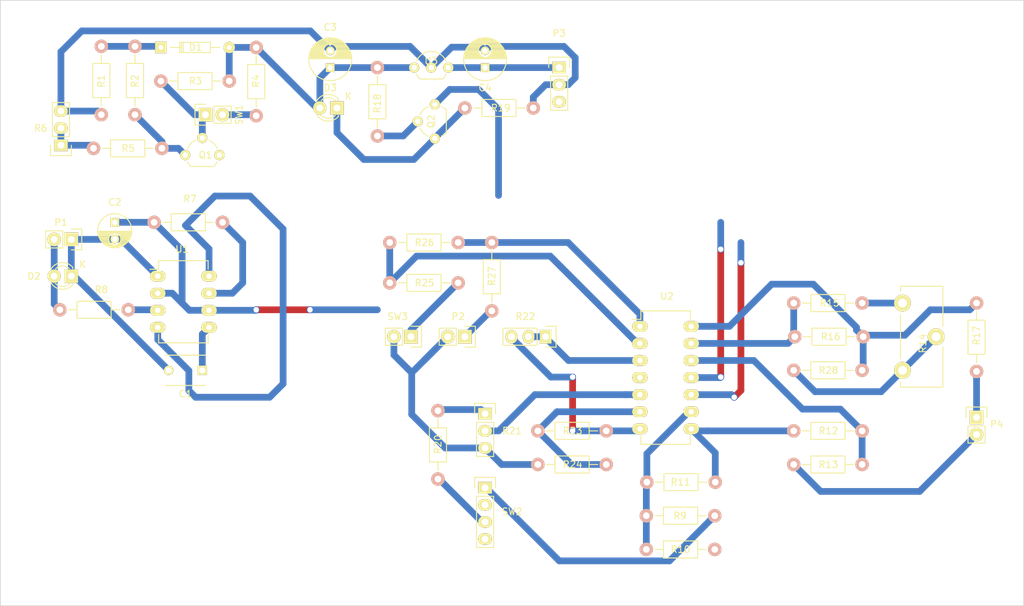
<source format=kicad_pcb>
(kicad_pcb (version 4) (host pcbnew 4.0.4+e1-6308~48~ubuntu16.04.1-stable)

  (general
    (links 88)
    (no_connects 13)
    (area 98.949999 29.949999 251.050001 120.050001)
    (thickness 1.6)
    (drawings 5)
    (tracks 223)
    (zones 0)
    (modules 47)
    (nets 35)
  )

  (page A4)
  (layers
    (0 F.Cu signal)
    (31 B.Cu signal)
    (32 B.Adhes user)
    (33 F.Adhes user)
    (34 B.Paste user)
    (35 F.Paste user)
    (36 B.SilkS user)
    (37 F.SilkS user)
    (38 B.Mask user)
    (39 F.Mask user)
    (40 Dwgs.User user)
    (41 Cmts.User user)
    (42 Eco1.User user)
    (43 Eco2.User user)
    (44 Edge.Cuts user)
    (45 Margin user)
    (46 B.CrtYd user)
    (47 F.CrtYd user)
    (48 B.Fab user)
    (49 F.Fab user)
  )

  (setup
    (last_trace_width 1)
    (user_trace_width 0.5)
    (user_trace_width 1)
    (trace_clearance 0.2)
    (zone_clearance 0.508)
    (zone_45_only no)
    (trace_min 0.2)
    (segment_width 0.2)
    (edge_width 0.1)
    (via_size 0.6)
    (via_drill 0.4)
    (via_min_size 0.4)
    (via_min_drill 0.3)
    (user_via 1 0.8)
    (uvia_size 0.3)
    (uvia_drill 0.1)
    (uvias_allowed no)
    (uvia_min_size 0.2)
    (uvia_min_drill 0.1)
    (pcb_text_width 0.3)
    (pcb_text_size 1.5 1.5)
    (mod_edge_width 0.15)
    (mod_text_size 1 1)
    (mod_text_width 0.15)
    (pad_size 1.5 1.5)
    (pad_drill 0.6)
    (pad_to_mask_clearance 0)
    (aux_axis_origin 0 0)
    (visible_elements FFFEEF7F)
    (pcbplotparams
      (layerselection 0x00030_ffffffff)
      (usegerberextensions false)
      (excludeedgelayer true)
      (linewidth 0.100000)
      (plotframeref false)
      (viasonmask false)
      (mode 1)
      (useauxorigin false)
      (hpglpennumber 1)
      (hpglpenspeed 20)
      (hpglpendiameter 15)
      (hpglpenoverlay 2)
      (psnegative false)
      (psa4output false)
      (plotreference true)
      (plotvalue true)
      (plotinvisibletext false)
      (padsonsilk false)
      (subtractmaskfromsilk false)
      (outputformat 1)
      (mirror false)
      (drillshape 1)
      (scaleselection 1)
      (outputdirectory ""))
  )

  (net 0 "")
  (net 1 "Net-(C1-Pad1)")
  (net 2 GND)
  (net 3 "Net-(C2-Pad1)")
  (net 4 12V)
  (net 5 PWR_IN)
  (net 6 "Net-(D1-Pad1)")
  (net 7 "Net-(D2-Pad2)")
  (net 8 "Net-(D3-Pad1)")
  (net 9 "Net-(P2-Pad1)")
  (net 10 -2V)
  (net 11 "Net-(P4-Pad1)")
  (net 12 "Net-(Q1-Pad2)")
  (net 13 "Net-(Q1-Pad1)")
  (net 14 "Net-(Q2-Pad2)")
  (net 15 "Net-(Q2-Pad3)")
  (net 16 "Net-(R4-Pad2)")
  (net 17 "Net-(R5-Pad2)")
  (net 18 "Net-(R7-Pad2)")
  (net 19 "Net-(R8-Pad2)")
  (net 20 "Net-(R10-Pad1)")
  (net 21 "Net-(R11-Pad1)")
  (net 22 "Net-(R12-Pad2)")
  (net 23 "Net-(R14-Pad1)")
  (net 24 "Net-(R15-Pad1)")
  (net 25 "Net-(R16-Pad2)")
  (net 26 "Net-(R20-Pad1)")
  (net 27 "Net-(R20-Pad2)")
  (net 28 "Net-(R21-Pad2)")
  (net 29 "Net-(R22-Pad3)")
  (net 30 "Net-(R23-Pad2)")
  (net 31 "Net-(R25-Pad1)")
  (net 32 "Net-(R25-Pad2)")
  (net 33 "Net-(R26-Pad1)")
  (net 34 "Net-(SW2-Pad2)")

  (net_class Default "This is the default net class."
    (clearance 0.2)
    (trace_width 0.25)
    (via_dia 0.6)
    (via_drill 0.4)
    (uvia_dia 0.3)
    (uvia_drill 0.1)
    (add_net -2V)
    (add_net 12V)
    (add_net GND)
    (add_net "Net-(C1-Pad1)")
    (add_net "Net-(C2-Pad1)")
    (add_net "Net-(D1-Pad1)")
    (add_net "Net-(D2-Pad2)")
    (add_net "Net-(D3-Pad1)")
    (add_net "Net-(P2-Pad1)")
    (add_net "Net-(P4-Pad1)")
    (add_net "Net-(Q1-Pad1)")
    (add_net "Net-(Q1-Pad2)")
    (add_net "Net-(Q2-Pad2)")
    (add_net "Net-(Q2-Pad3)")
    (add_net "Net-(R10-Pad1)")
    (add_net "Net-(R11-Pad1)")
    (add_net "Net-(R12-Pad2)")
    (add_net "Net-(R14-Pad1)")
    (add_net "Net-(R15-Pad1)")
    (add_net "Net-(R16-Pad2)")
    (add_net "Net-(R20-Pad1)")
    (add_net "Net-(R20-Pad2)")
    (add_net "Net-(R21-Pad2)")
    (add_net "Net-(R22-Pad3)")
    (add_net "Net-(R23-Pad2)")
    (add_net "Net-(R25-Pad1)")
    (add_net "Net-(R25-Pad2)")
    (add_net "Net-(R26-Pad1)")
    (add_net "Net-(R4-Pad2)")
    (add_net "Net-(R5-Pad2)")
    (add_net "Net-(R7-Pad2)")
    (add_net "Net-(R8-Pad2)")
    (add_net "Net-(SW2-Pad2)")
    (add_net PWR_IN)
  )

  (module Capacitors_ThroughHole:C_Disc_D6_P5 (layer F.Cu) (tedit 0) (tstamp 5754726D)
    (at 129 85 180)
    (descr "Capacitor 6mm Disc, Pitch 5mm")
    (tags Capacitor)
    (path /56ADCD2E)
    (fp_text reference C1 (at 2.5 -3.5 180) (layer F.SilkS)
      (effects (font (size 1 1) (thickness 0.15)))
    )
    (fp_text value 0.01u (at 2.5 3.5 180) (layer F.Fab)
      (effects (font (size 1 1) (thickness 0.15)))
    )
    (fp_line (start -0.95 -2.5) (end 5.95 -2.5) (layer F.CrtYd) (width 0.05))
    (fp_line (start 5.95 -2.5) (end 5.95 2.5) (layer F.CrtYd) (width 0.05))
    (fp_line (start 5.95 2.5) (end -0.95 2.5) (layer F.CrtYd) (width 0.05))
    (fp_line (start -0.95 2.5) (end -0.95 -2.5) (layer F.CrtYd) (width 0.05))
    (fp_line (start -0.5 -2.25) (end 5.5 -2.25) (layer F.SilkS) (width 0.15))
    (fp_line (start 5.5 2.25) (end -0.5 2.25) (layer F.SilkS) (width 0.15))
    (pad 1 thru_hole rect (at 0 0 180) (size 1.4 1.4) (drill 0.9) (layers *.Cu *.Mask F.SilkS)
      (net 1 "Net-(C1-Pad1)"))
    (pad 2 thru_hole circle (at 5 0 180) (size 1.4 1.4) (drill 0.9) (layers *.Cu *.Mask F.SilkS)
      (net 2 GND))
    (model Capacitors_ThroughHole.3dshapes/C_Disc_D6_P5.wrl
      (at (xyz 0.0984252 0 0))
      (scale (xyz 1 1 1))
      (rotate (xyz 0 0 0))
    )
  )

  (module Capacitors_ThroughHole:C_Radial_D5_L6_P2.5 (layer F.Cu) (tedit 0) (tstamp 57547273)
    (at 116 63 270)
    (descr "Radial Electrolytic Capacitor Diameter 5mm x Length 6mm, Pitch 2.5mm")
    (tags "Electrolytic Capacitor")
    (path /56ADD45D)
    (fp_text reference C2 (at -3 0 360) (layer F.SilkS)
      (effects (font (size 1 1) (thickness 0.15)))
    )
    (fp_text value 1u (at 1.25 3.8 270) (layer F.Fab)
      (effects (font (size 1 1) (thickness 0.15)))
    )
    (fp_line (start 1.325 -2.499) (end 1.325 2.499) (layer F.SilkS) (width 0.15))
    (fp_line (start 1.465 -2.491) (end 1.465 2.491) (layer F.SilkS) (width 0.15))
    (fp_line (start 1.605 -2.475) (end 1.605 -0.095) (layer F.SilkS) (width 0.15))
    (fp_line (start 1.605 0.095) (end 1.605 2.475) (layer F.SilkS) (width 0.15))
    (fp_line (start 1.745 -2.451) (end 1.745 -0.49) (layer F.SilkS) (width 0.15))
    (fp_line (start 1.745 0.49) (end 1.745 2.451) (layer F.SilkS) (width 0.15))
    (fp_line (start 1.885 -2.418) (end 1.885 -0.657) (layer F.SilkS) (width 0.15))
    (fp_line (start 1.885 0.657) (end 1.885 2.418) (layer F.SilkS) (width 0.15))
    (fp_line (start 2.025 -2.377) (end 2.025 -0.764) (layer F.SilkS) (width 0.15))
    (fp_line (start 2.025 0.764) (end 2.025 2.377) (layer F.SilkS) (width 0.15))
    (fp_line (start 2.165 -2.327) (end 2.165 -0.835) (layer F.SilkS) (width 0.15))
    (fp_line (start 2.165 0.835) (end 2.165 2.327) (layer F.SilkS) (width 0.15))
    (fp_line (start 2.305 -2.266) (end 2.305 -0.879) (layer F.SilkS) (width 0.15))
    (fp_line (start 2.305 0.879) (end 2.305 2.266) (layer F.SilkS) (width 0.15))
    (fp_line (start 2.445 -2.196) (end 2.445 -0.898) (layer F.SilkS) (width 0.15))
    (fp_line (start 2.445 0.898) (end 2.445 2.196) (layer F.SilkS) (width 0.15))
    (fp_line (start 2.585 -2.114) (end 2.585 -0.896) (layer F.SilkS) (width 0.15))
    (fp_line (start 2.585 0.896) (end 2.585 2.114) (layer F.SilkS) (width 0.15))
    (fp_line (start 2.725 -2.019) (end 2.725 -0.871) (layer F.SilkS) (width 0.15))
    (fp_line (start 2.725 0.871) (end 2.725 2.019) (layer F.SilkS) (width 0.15))
    (fp_line (start 2.865 -1.908) (end 2.865 -0.823) (layer F.SilkS) (width 0.15))
    (fp_line (start 2.865 0.823) (end 2.865 1.908) (layer F.SilkS) (width 0.15))
    (fp_line (start 3.005 -1.78) (end 3.005 -0.745) (layer F.SilkS) (width 0.15))
    (fp_line (start 3.005 0.745) (end 3.005 1.78) (layer F.SilkS) (width 0.15))
    (fp_line (start 3.145 -1.631) (end 3.145 -0.628) (layer F.SilkS) (width 0.15))
    (fp_line (start 3.145 0.628) (end 3.145 1.631) (layer F.SilkS) (width 0.15))
    (fp_line (start 3.285 -1.452) (end 3.285 -0.44) (layer F.SilkS) (width 0.15))
    (fp_line (start 3.285 0.44) (end 3.285 1.452) (layer F.SilkS) (width 0.15))
    (fp_line (start 3.425 -1.233) (end 3.425 1.233) (layer F.SilkS) (width 0.15))
    (fp_line (start 3.565 -0.944) (end 3.565 0.944) (layer F.SilkS) (width 0.15))
    (fp_line (start 3.705 -0.472) (end 3.705 0.472) (layer F.SilkS) (width 0.15))
    (fp_circle (center 2.5 0) (end 2.5 -0.9) (layer F.SilkS) (width 0.15))
    (fp_circle (center 1.25 0) (end 1.25 -2.5375) (layer F.SilkS) (width 0.15))
    (fp_circle (center 1.25 0) (end 1.25 -2.8) (layer F.CrtYd) (width 0.05))
    (pad 1 thru_hole rect (at 0 0 270) (size 1.3 1.3) (drill 0.8) (layers *.Cu *.Mask F.SilkS)
      (net 3 "Net-(C2-Pad1)"))
    (pad 2 thru_hole circle (at 2.5 0 270) (size 1.3 1.3) (drill 0.8) (layers *.Cu *.Mask F.SilkS)
      (net 2 GND))
    (model Capacitors_ThroughHole.3dshapes/C_Radial_D5_L6_P2.5.wrl
      (at (xyz 0.0492126 0 0))
      (scale (xyz 1 1 1))
      (rotate (xyz 0 0 90))
    )
  )

  (module Capacitors_ThroughHole:C_Radial_D6.3_L11.2_P2.5 (layer F.Cu) (tedit 0) (tstamp 57547279)
    (at 148 40 90)
    (descr "Radial Electrolytic Capacitor, Diameter 6.3mm x Length 11.2mm, Pitch 2.5mm")
    (tags "Electrolytic Capacitor")
    (path /56ADFED2)
    (fp_text reference C3 (at 6 0 180) (layer F.SilkS)
      (effects (font (size 1 1) (thickness 0.15)))
    )
    (fp_text value 10u (at 1.25 4.4 90) (layer F.Fab)
      (effects (font (size 1 1) (thickness 0.15)))
    )
    (fp_line (start 1.325 -3.149) (end 1.325 3.149) (layer F.SilkS) (width 0.15))
    (fp_line (start 1.465 -3.143) (end 1.465 3.143) (layer F.SilkS) (width 0.15))
    (fp_line (start 1.605 -3.13) (end 1.605 -0.446) (layer F.SilkS) (width 0.15))
    (fp_line (start 1.605 0.446) (end 1.605 3.13) (layer F.SilkS) (width 0.15))
    (fp_line (start 1.745 -3.111) (end 1.745 -0.656) (layer F.SilkS) (width 0.15))
    (fp_line (start 1.745 0.656) (end 1.745 3.111) (layer F.SilkS) (width 0.15))
    (fp_line (start 1.885 -3.085) (end 1.885 -0.789) (layer F.SilkS) (width 0.15))
    (fp_line (start 1.885 0.789) (end 1.885 3.085) (layer F.SilkS) (width 0.15))
    (fp_line (start 2.025 -3.053) (end 2.025 -0.88) (layer F.SilkS) (width 0.15))
    (fp_line (start 2.025 0.88) (end 2.025 3.053) (layer F.SilkS) (width 0.15))
    (fp_line (start 2.165 -3.014) (end 2.165 -0.942) (layer F.SilkS) (width 0.15))
    (fp_line (start 2.165 0.942) (end 2.165 3.014) (layer F.SilkS) (width 0.15))
    (fp_line (start 2.305 -2.968) (end 2.305 -0.981) (layer F.SilkS) (width 0.15))
    (fp_line (start 2.305 0.981) (end 2.305 2.968) (layer F.SilkS) (width 0.15))
    (fp_line (start 2.445 -2.915) (end 2.445 -0.998) (layer F.SilkS) (width 0.15))
    (fp_line (start 2.445 0.998) (end 2.445 2.915) (layer F.SilkS) (width 0.15))
    (fp_line (start 2.585 -2.853) (end 2.585 -0.996) (layer F.SilkS) (width 0.15))
    (fp_line (start 2.585 0.996) (end 2.585 2.853) (layer F.SilkS) (width 0.15))
    (fp_line (start 2.725 -2.783) (end 2.725 -0.974) (layer F.SilkS) (width 0.15))
    (fp_line (start 2.725 0.974) (end 2.725 2.783) (layer F.SilkS) (width 0.15))
    (fp_line (start 2.865 -2.704) (end 2.865 -0.931) (layer F.SilkS) (width 0.15))
    (fp_line (start 2.865 0.931) (end 2.865 2.704) (layer F.SilkS) (width 0.15))
    (fp_line (start 3.005 -2.616) (end 3.005 -0.863) (layer F.SilkS) (width 0.15))
    (fp_line (start 3.005 0.863) (end 3.005 2.616) (layer F.SilkS) (width 0.15))
    (fp_line (start 3.145 -2.516) (end 3.145 -0.764) (layer F.SilkS) (width 0.15))
    (fp_line (start 3.145 0.764) (end 3.145 2.516) (layer F.SilkS) (width 0.15))
    (fp_line (start 3.285 -2.404) (end 3.285 -0.619) (layer F.SilkS) (width 0.15))
    (fp_line (start 3.285 0.619) (end 3.285 2.404) (layer F.SilkS) (width 0.15))
    (fp_line (start 3.425 -2.279) (end 3.425 -0.38) (layer F.SilkS) (width 0.15))
    (fp_line (start 3.425 0.38) (end 3.425 2.279) (layer F.SilkS) (width 0.15))
    (fp_line (start 3.565 -2.136) (end 3.565 2.136) (layer F.SilkS) (width 0.15))
    (fp_line (start 3.705 -1.974) (end 3.705 1.974) (layer F.SilkS) (width 0.15))
    (fp_line (start 3.845 -1.786) (end 3.845 1.786) (layer F.SilkS) (width 0.15))
    (fp_line (start 3.985 -1.563) (end 3.985 1.563) (layer F.SilkS) (width 0.15))
    (fp_line (start 4.125 -1.287) (end 4.125 1.287) (layer F.SilkS) (width 0.15))
    (fp_line (start 4.265 -0.912) (end 4.265 0.912) (layer F.SilkS) (width 0.15))
    (fp_circle (center 2.5 0) (end 2.5 -1) (layer F.SilkS) (width 0.15))
    (fp_circle (center 1.25 0) (end 1.25 -3.1875) (layer F.SilkS) (width 0.15))
    (fp_circle (center 1.25 0) (end 1.25 -3.4) (layer F.CrtYd) (width 0.05))
    (pad 2 thru_hole circle (at 2.5 0 90) (size 1.3 1.3) (drill 0.8) (layers *.Cu *.Mask F.SilkS)
      (net 2 GND))
    (pad 1 thru_hole rect (at 0 0 90) (size 1.3 1.3) (drill 0.8) (layers *.Cu *.Mask F.SilkS)
      (net 4 12V))
    (model Capacitors_ThroughHole.3dshapes/C_Radial_D6.3_L11.2_P2.5.wrl
      (at (xyz 0 0 0))
      (scale (xyz 1 1 1))
      (rotate (xyz 0 0 0))
    )
  )

  (module Capacitors_ThroughHole:C_Radial_D6.3_L11.2_P2.5 (layer F.Cu) (tedit 0) (tstamp 5754727F)
    (at 171 40 90)
    (descr "Radial Electrolytic Capacitor, Diameter 6.3mm x Length 11.2mm, Pitch 2.5mm")
    (tags "Electrolytic Capacitor")
    (path /56AE0C05)
    (fp_text reference C4 (at -3 0 180) (layer F.SilkS)
      (effects (font (size 1 1) (thickness 0.15)))
    )
    (fp_text value 10u (at 1.25 4.4 90) (layer F.Fab)
      (effects (font (size 1 1) (thickness 0.15)))
    )
    (fp_line (start 1.325 -3.149) (end 1.325 3.149) (layer F.SilkS) (width 0.15))
    (fp_line (start 1.465 -3.143) (end 1.465 3.143) (layer F.SilkS) (width 0.15))
    (fp_line (start 1.605 -3.13) (end 1.605 -0.446) (layer F.SilkS) (width 0.15))
    (fp_line (start 1.605 0.446) (end 1.605 3.13) (layer F.SilkS) (width 0.15))
    (fp_line (start 1.745 -3.111) (end 1.745 -0.656) (layer F.SilkS) (width 0.15))
    (fp_line (start 1.745 0.656) (end 1.745 3.111) (layer F.SilkS) (width 0.15))
    (fp_line (start 1.885 -3.085) (end 1.885 -0.789) (layer F.SilkS) (width 0.15))
    (fp_line (start 1.885 0.789) (end 1.885 3.085) (layer F.SilkS) (width 0.15))
    (fp_line (start 2.025 -3.053) (end 2.025 -0.88) (layer F.SilkS) (width 0.15))
    (fp_line (start 2.025 0.88) (end 2.025 3.053) (layer F.SilkS) (width 0.15))
    (fp_line (start 2.165 -3.014) (end 2.165 -0.942) (layer F.SilkS) (width 0.15))
    (fp_line (start 2.165 0.942) (end 2.165 3.014) (layer F.SilkS) (width 0.15))
    (fp_line (start 2.305 -2.968) (end 2.305 -0.981) (layer F.SilkS) (width 0.15))
    (fp_line (start 2.305 0.981) (end 2.305 2.968) (layer F.SilkS) (width 0.15))
    (fp_line (start 2.445 -2.915) (end 2.445 -0.998) (layer F.SilkS) (width 0.15))
    (fp_line (start 2.445 0.998) (end 2.445 2.915) (layer F.SilkS) (width 0.15))
    (fp_line (start 2.585 -2.853) (end 2.585 -0.996) (layer F.SilkS) (width 0.15))
    (fp_line (start 2.585 0.996) (end 2.585 2.853) (layer F.SilkS) (width 0.15))
    (fp_line (start 2.725 -2.783) (end 2.725 -0.974) (layer F.SilkS) (width 0.15))
    (fp_line (start 2.725 0.974) (end 2.725 2.783) (layer F.SilkS) (width 0.15))
    (fp_line (start 2.865 -2.704) (end 2.865 -0.931) (layer F.SilkS) (width 0.15))
    (fp_line (start 2.865 0.931) (end 2.865 2.704) (layer F.SilkS) (width 0.15))
    (fp_line (start 3.005 -2.616) (end 3.005 -0.863) (layer F.SilkS) (width 0.15))
    (fp_line (start 3.005 0.863) (end 3.005 2.616) (layer F.SilkS) (width 0.15))
    (fp_line (start 3.145 -2.516) (end 3.145 -0.764) (layer F.SilkS) (width 0.15))
    (fp_line (start 3.145 0.764) (end 3.145 2.516) (layer F.SilkS) (width 0.15))
    (fp_line (start 3.285 -2.404) (end 3.285 -0.619) (layer F.SilkS) (width 0.15))
    (fp_line (start 3.285 0.619) (end 3.285 2.404) (layer F.SilkS) (width 0.15))
    (fp_line (start 3.425 -2.279) (end 3.425 -0.38) (layer F.SilkS) (width 0.15))
    (fp_line (start 3.425 0.38) (end 3.425 2.279) (layer F.SilkS) (width 0.15))
    (fp_line (start 3.565 -2.136) (end 3.565 2.136) (layer F.SilkS) (width 0.15))
    (fp_line (start 3.705 -1.974) (end 3.705 1.974) (layer F.SilkS) (width 0.15))
    (fp_line (start 3.845 -1.786) (end 3.845 1.786) (layer F.SilkS) (width 0.15))
    (fp_line (start 3.985 -1.563) (end 3.985 1.563) (layer F.SilkS) (width 0.15))
    (fp_line (start 4.125 -1.287) (end 4.125 1.287) (layer F.SilkS) (width 0.15))
    (fp_line (start 4.265 -0.912) (end 4.265 0.912) (layer F.SilkS) (width 0.15))
    (fp_circle (center 2.5 0) (end 2.5 -1) (layer F.SilkS) (width 0.15))
    (fp_circle (center 1.25 0) (end 1.25 -3.1875) (layer F.SilkS) (width 0.15))
    (fp_circle (center 1.25 0) (end 1.25 -3.4) (layer F.CrtYd) (width 0.05))
    (pad 2 thru_hole circle (at 2.5 0 90) (size 1.3 1.3) (drill 0.8) (layers *.Cu *.Mask F.SilkS)
      (net 2 GND))
    (pad 1 thru_hole rect (at 0 0 90) (size 1.3 1.3) (drill 0.8) (layers *.Cu *.Mask F.SilkS)
      (net 5 PWR_IN))
    (model Capacitors_ThroughHole.3dshapes/C_Radial_D6.3_L11.2_P2.5.wrl
      (at (xyz 0 0 0))
      (scale (xyz 1 1 1))
      (rotate (xyz 0 0 0))
    )
  )

  (module Diodes_ThroughHole:Diode_DO-35_SOD27_Horizontal_RM10 (layer F.Cu) (tedit 552FFC30) (tstamp 5754728E)
    (at 122.83948 37.00254)
    (descr "Diode, DO-35,  SOD27, Horizontal, RM 10mm")
    (tags "Diode, DO-35, SOD27, Horizontal, RM 10mm, 1N4148,")
    (path /56ACEE2D)
    (fp_text reference D1 (at 5.16052 -0.00254) (layer F.SilkS)
      (effects (font (size 1 1) (thickness 0.15)))
    )
    (fp_text value 1N4148 (at 4.41452 -3.55854) (layer F.Fab)
      (effects (font (size 1 1) (thickness 0.15)))
    )
    (fp_line (start 7.36652 -0.00254) (end 8.76352 -0.00254) (layer F.SilkS) (width 0.15))
    (fp_line (start 2.92152 -0.00254) (end 1.39752 -0.00254) (layer F.SilkS) (width 0.15))
    (fp_line (start 3.30252 -0.76454) (end 3.30252 0.75946) (layer F.SilkS) (width 0.15))
    (fp_line (start 3.04852 -0.76454) (end 3.04852 0.75946) (layer F.SilkS) (width 0.15))
    (fp_line (start 2.79452 -0.00254) (end 2.79452 0.75946) (layer F.SilkS) (width 0.15))
    (fp_line (start 2.79452 0.75946) (end 7.36652 0.75946) (layer F.SilkS) (width 0.15))
    (fp_line (start 7.36652 0.75946) (end 7.36652 -0.76454) (layer F.SilkS) (width 0.15))
    (fp_line (start 7.36652 -0.76454) (end 2.79452 -0.76454) (layer F.SilkS) (width 0.15))
    (fp_line (start 2.79452 -0.76454) (end 2.79452 -0.00254) (layer F.SilkS) (width 0.15))
    (pad 2 thru_hole circle (at 10.16052 -0.00254 180) (size 1.69926 1.69926) (drill 0.70104) (layers *.Cu *.Mask F.SilkS)
      (net 4 12V))
    (pad 1 thru_hole rect (at 0.00052 -0.00254 180) (size 1.69926 1.69926) (drill 0.70104) (layers *.Cu *.Mask F.SilkS)
      (net 6 "Net-(D1-Pad1)"))
    (model Diodes_ThroughHole.3dshapes/Diode_DO-35_SOD27_Horizontal_RM10.wrl
      (at (xyz 0.2 0 0))
      (scale (xyz 0.4 0.4 0.4))
      (rotate (xyz 0 0 180))
    )
  )

  (module LEDs:LED-3MM (layer F.Cu) (tedit 559B82F6) (tstamp 57547294)
    (at 109.54 71 180)
    (descr "LED 3mm round vertical")
    (tags "LED  3mm round vertical")
    (path /56ADD6EE)
    (fp_text reference D2 (at 5.54 0 180) (layer F.SilkS)
      (effects (font (size 1 1) (thickness 0.15)))
    )
    (fp_text value LED (at 1.3 -2.9 180) (layer F.Fab)
      (effects (font (size 1 1) (thickness 0.15)))
    )
    (fp_line (start -1.2 2.3) (end 3.8 2.3) (layer F.CrtYd) (width 0.05))
    (fp_line (start 3.8 2.3) (end 3.8 -2.2) (layer F.CrtYd) (width 0.05))
    (fp_line (start 3.8 -2.2) (end -1.2 -2.2) (layer F.CrtYd) (width 0.05))
    (fp_line (start -1.2 -2.2) (end -1.2 2.3) (layer F.CrtYd) (width 0.05))
    (fp_line (start -0.199 1.314) (end -0.199 1.114) (layer F.SilkS) (width 0.15))
    (fp_line (start -0.199 -1.28) (end -0.199 -1.1) (layer F.SilkS) (width 0.15))
    (fp_arc (start 1.301 0.034) (end -0.199 -1.286) (angle 108.5) (layer F.SilkS) (width 0.15))
    (fp_arc (start 1.301 0.034) (end 0.25 -1.1) (angle 85.7) (layer F.SilkS) (width 0.15))
    (fp_arc (start 1.311 0.034) (end 3.051 0.994) (angle 110) (layer F.SilkS) (width 0.15))
    (fp_arc (start 1.301 0.034) (end 2.335 1.094) (angle 87.5) (layer F.SilkS) (width 0.15))
    (fp_text user K (at -1.69 1.74 180) (layer F.SilkS)
      (effects (font (size 1 1) (thickness 0.15)))
    )
    (pad 1 thru_hole rect (at 0 0 270) (size 2 2) (drill 1.00076) (layers *.Cu *.Mask F.SilkS)
      (net 2 GND))
    (pad 2 thru_hole circle (at 2.54 0 180) (size 2 2) (drill 1.00076) (layers *.Cu *.Mask F.SilkS)
      (net 7 "Net-(D2-Pad2)"))
    (model LEDs.3dshapes/LED-3MM.wrl
      (at (xyz 0.05 0 0))
      (scale (xyz 1 1 1))
      (rotate (xyz 0 0 90))
    )
  )

  (module LEDs:LED-3MM (layer F.Cu) (tedit 559B82F6) (tstamp 5754729A)
    (at 149 46 180)
    (descr "LED 3mm round vertical")
    (tags "LED  3mm round vertical")
    (path /56ADFF6F)
    (fp_text reference D3 (at 1 3 180) (layer F.SilkS)
      (effects (font (size 1 1) (thickness 0.15)))
    )
    (fp_text value LED (at 1.3 -2.9 180) (layer F.Fab)
      (effects (font (size 1 1) (thickness 0.15)))
    )
    (fp_line (start -1.2 2.3) (end 3.8 2.3) (layer F.CrtYd) (width 0.05))
    (fp_line (start 3.8 2.3) (end 3.8 -2.2) (layer F.CrtYd) (width 0.05))
    (fp_line (start 3.8 -2.2) (end -1.2 -2.2) (layer F.CrtYd) (width 0.05))
    (fp_line (start -1.2 -2.2) (end -1.2 2.3) (layer F.CrtYd) (width 0.05))
    (fp_line (start -0.199 1.314) (end -0.199 1.114) (layer F.SilkS) (width 0.15))
    (fp_line (start -0.199 -1.28) (end -0.199 -1.1) (layer F.SilkS) (width 0.15))
    (fp_arc (start 1.301 0.034) (end -0.199 -1.286) (angle 108.5) (layer F.SilkS) (width 0.15))
    (fp_arc (start 1.301 0.034) (end 0.25 -1.1) (angle 85.7) (layer F.SilkS) (width 0.15))
    (fp_arc (start 1.311 0.034) (end 3.051 0.994) (angle 110) (layer F.SilkS) (width 0.15))
    (fp_arc (start 1.301 0.034) (end 2.335 1.094) (angle 87.5) (layer F.SilkS) (width 0.15))
    (fp_text user K (at -1.69 1.74 180) (layer F.SilkS)
      (effects (font (size 1 1) (thickness 0.15)))
    )
    (pad 1 thru_hole rect (at 0 0 270) (size 2 2) (drill 1.00076) (layers *.Cu *.Mask F.SilkS)
      (net 8 "Net-(D3-Pad1)"))
    (pad 2 thru_hole circle (at 2.54 0 180) (size 2 2) (drill 1.00076) (layers *.Cu *.Mask F.SilkS)
      (net 4 12V))
    (model LEDs.3dshapes/LED-3MM.wrl
      (at (xyz 0.05 0 0))
      (scale (xyz 1 1 1))
      (rotate (xyz 0 0 90))
    )
  )

  (module Pin_Headers:Pin_Header_Straight_1x02 (layer F.Cu) (tedit 54EA090C) (tstamp 575472A0)
    (at 109.54 65.54 270)
    (descr "Through hole pin header")
    (tags "pin header")
    (path /56AECBD9)
    (fp_text reference P1 (at -2.54 1.54 360) (layer F.SilkS)
      (effects (font (size 1 1) (thickness 0.15)))
    )
    (fp_text value "TRIG OUT" (at 0 -3.1 270) (layer F.Fab)
      (effects (font (size 1 1) (thickness 0.15)))
    )
    (fp_line (start 1.27 1.27) (end 1.27 3.81) (layer F.SilkS) (width 0.15))
    (fp_line (start 1.55 -1.55) (end 1.55 0) (layer F.SilkS) (width 0.15))
    (fp_line (start -1.75 -1.75) (end -1.75 4.3) (layer F.CrtYd) (width 0.05))
    (fp_line (start 1.75 -1.75) (end 1.75 4.3) (layer F.CrtYd) (width 0.05))
    (fp_line (start -1.75 -1.75) (end 1.75 -1.75) (layer F.CrtYd) (width 0.05))
    (fp_line (start -1.75 4.3) (end 1.75 4.3) (layer F.CrtYd) (width 0.05))
    (fp_line (start 1.27 1.27) (end -1.27 1.27) (layer F.SilkS) (width 0.15))
    (fp_line (start -1.55 0) (end -1.55 -1.55) (layer F.SilkS) (width 0.15))
    (fp_line (start -1.55 -1.55) (end 1.55 -1.55) (layer F.SilkS) (width 0.15))
    (fp_line (start -1.27 1.27) (end -1.27 3.81) (layer F.SilkS) (width 0.15))
    (fp_line (start -1.27 3.81) (end 1.27 3.81) (layer F.SilkS) (width 0.15))
    (pad 1 thru_hole rect (at 0 0 270) (size 2.032 2.032) (drill 1.016) (layers *.Cu *.Mask F.SilkS)
      (net 2 GND))
    (pad 2 thru_hole oval (at 0 2.54 270) (size 2.032 2.032) (drill 1.016) (layers *.Cu *.Mask F.SilkS)
      (net 7 "Net-(D2-Pad2)"))
    (model Pin_Headers.3dshapes/Pin_Header_Straight_1x02.wrl
      (at (xyz 0 -0.05 0))
      (scale (xyz 1 1 1))
      (rotate (xyz 0 0 90))
    )
  )

  (module Pin_Headers:Pin_Header_Straight_1x02 (layer F.Cu) (tedit 54EA090C) (tstamp 575472A6)
    (at 168 80 270)
    (descr "Through hole pin header")
    (tags "pin header")
    (path /56AE51D6)
    (fp_text reference P2 (at -3 1 360) (layer F.SilkS)
      (effects (font (size 1 1) (thickness 0.15)))
    )
    (fp_text value RAMP_OUT (at 0 -3.1 270) (layer F.Fab)
      (effects (font (size 1 1) (thickness 0.15)))
    )
    (fp_line (start 1.27 1.27) (end 1.27 3.81) (layer F.SilkS) (width 0.15))
    (fp_line (start 1.55 -1.55) (end 1.55 0) (layer F.SilkS) (width 0.15))
    (fp_line (start -1.75 -1.75) (end -1.75 4.3) (layer F.CrtYd) (width 0.05))
    (fp_line (start 1.75 -1.75) (end 1.75 4.3) (layer F.CrtYd) (width 0.05))
    (fp_line (start -1.75 -1.75) (end 1.75 -1.75) (layer F.CrtYd) (width 0.05))
    (fp_line (start -1.75 4.3) (end 1.75 4.3) (layer F.CrtYd) (width 0.05))
    (fp_line (start 1.27 1.27) (end -1.27 1.27) (layer F.SilkS) (width 0.15))
    (fp_line (start -1.55 0) (end -1.55 -1.55) (layer F.SilkS) (width 0.15))
    (fp_line (start -1.55 -1.55) (end 1.55 -1.55) (layer F.SilkS) (width 0.15))
    (fp_line (start -1.27 1.27) (end -1.27 3.81) (layer F.SilkS) (width 0.15))
    (fp_line (start -1.27 3.81) (end 1.27 3.81) (layer F.SilkS) (width 0.15))
    (pad 1 thru_hole rect (at 0 0 270) (size 2.032 2.032) (drill 1.016) (layers *.Cu *.Mask F.SilkS)
      (net 9 "Net-(P2-Pad1)"))
    (pad 2 thru_hole oval (at 0 2.54 270) (size 2.032 2.032) (drill 1.016) (layers *.Cu *.Mask F.SilkS)
      (net 2 GND))
    (model Pin_Headers.3dshapes/Pin_Header_Straight_1x02.wrl
      (at (xyz 0 -0.05 0))
      (scale (xyz 1 1 1))
      (rotate (xyz 0 0 90))
    )
  )

  (module Pin_Headers:Pin_Header_Straight_1x03 (layer F.Cu) (tedit 0) (tstamp 575472AD)
    (at 182 40)
    (descr "Through hole pin header")
    (tags "pin header")
    (path /56AE59E5)
    (fp_text reference P3 (at 0 -5.1) (layer F.SilkS)
      (effects (font (size 1 1) (thickness 0.15)))
    )
    (fp_text value V_IN (at 0 -3.1) (layer F.Fab)
      (effects (font (size 1 1) (thickness 0.15)))
    )
    (fp_line (start -1.75 -1.75) (end -1.75 6.85) (layer F.CrtYd) (width 0.05))
    (fp_line (start 1.75 -1.75) (end 1.75 6.85) (layer F.CrtYd) (width 0.05))
    (fp_line (start -1.75 -1.75) (end 1.75 -1.75) (layer F.CrtYd) (width 0.05))
    (fp_line (start -1.75 6.85) (end 1.75 6.85) (layer F.CrtYd) (width 0.05))
    (fp_line (start -1.27 1.27) (end -1.27 6.35) (layer F.SilkS) (width 0.15))
    (fp_line (start -1.27 6.35) (end 1.27 6.35) (layer F.SilkS) (width 0.15))
    (fp_line (start 1.27 6.35) (end 1.27 1.27) (layer F.SilkS) (width 0.15))
    (fp_line (start 1.55 -1.55) (end 1.55 0) (layer F.SilkS) (width 0.15))
    (fp_line (start 1.27 1.27) (end -1.27 1.27) (layer F.SilkS) (width 0.15))
    (fp_line (start -1.55 0) (end -1.55 -1.55) (layer F.SilkS) (width 0.15))
    (fp_line (start -1.55 -1.55) (end 1.55 -1.55) (layer F.SilkS) (width 0.15))
    (pad 1 thru_hole rect (at 0 0) (size 2.032 1.7272) (drill 1.016) (layers *.Cu *.Mask F.SilkS)
      (net 5 PWR_IN))
    (pad 2 thru_hole oval (at 0 2.54) (size 2.032 1.7272) (drill 1.016) (layers *.Cu *.Mask F.SilkS)
      (net 2 GND))
    (pad 3 thru_hole oval (at 0 5.08) (size 2.032 1.7272) (drill 1.016) (layers *.Cu *.Mask F.SilkS)
      (net 10 -2V))
    (model Pin_Headers.3dshapes/Pin_Header_Straight_1x03.wrl
      (at (xyz 0 -0.1 0))
      (scale (xyz 1 1 1))
      (rotate (xyz 0 0 90))
    )
  )

  (module Pin_Headers:Pin_Header_Straight_1x02 (layer F.Cu) (tedit 54EA090C) (tstamp 575472B3)
    (at 244 92)
    (descr "Through hole pin header")
    (tags "pin header")
    (path /56FA47A3)
    (fp_text reference P4 (at 3 1) (layer F.SilkS)
      (effects (font (size 1 1) (thickness 0.15)))
    )
    (fp_text value "\"X\" OPT" (at 0 -3.1) (layer F.Fab)
      (effects (font (size 1 1) (thickness 0.15)))
    )
    (fp_line (start 1.27 1.27) (end 1.27 3.81) (layer F.SilkS) (width 0.15))
    (fp_line (start 1.55 -1.55) (end 1.55 0) (layer F.SilkS) (width 0.15))
    (fp_line (start -1.75 -1.75) (end -1.75 4.3) (layer F.CrtYd) (width 0.05))
    (fp_line (start 1.75 -1.75) (end 1.75 4.3) (layer F.CrtYd) (width 0.05))
    (fp_line (start -1.75 -1.75) (end 1.75 -1.75) (layer F.CrtYd) (width 0.05))
    (fp_line (start -1.75 4.3) (end 1.75 4.3) (layer F.CrtYd) (width 0.05))
    (fp_line (start 1.27 1.27) (end -1.27 1.27) (layer F.SilkS) (width 0.15))
    (fp_line (start -1.55 0) (end -1.55 -1.55) (layer F.SilkS) (width 0.15))
    (fp_line (start -1.55 -1.55) (end 1.55 -1.55) (layer F.SilkS) (width 0.15))
    (fp_line (start -1.27 1.27) (end -1.27 3.81) (layer F.SilkS) (width 0.15))
    (fp_line (start -1.27 3.81) (end 1.27 3.81) (layer F.SilkS) (width 0.15))
    (pad 1 thru_hole rect (at 0 0) (size 2.032 2.032) (drill 1.016) (layers *.Cu *.Mask F.SilkS)
      (net 11 "Net-(P4-Pad1)"))
    (pad 2 thru_hole oval (at 0 2.54) (size 2.032 2.032) (drill 1.016) (layers *.Cu *.Mask F.SilkS)
      (net 2 GND))
    (model Pin_Headers.3dshapes/Pin_Header_Straight_1x02.wrl
      (at (xyz 0 -0.05 0))
      (scale (xyz 1 1 1))
      (rotate (xyz 0 0 90))
    )
  )

  (module TO_SOT_Packages_THT:TO-92_Molded_Wide (layer F.Cu) (tedit 54F243CD) (tstamp 575472C3)
    (at 126.46 53)
    (descr "TO-92 leads molded, wide, drill 0.8mm (see NXP sot054_po.pdf)")
    (tags "to-92 sc-43 sc-43a sot54 PA33 transistor")
    (path /56ACEFF8)
    (fp_text reference Q1 (at 3 0 180) (layer F.SilkS)
      (effects (font (size 1 1) (thickness 0.15)))
    )
    (fp_text value 2N3906 (at 0 3) (layer F.Fab)
      (effects (font (size 1 1) (thickness 0.15)))
    )
    (fp_arc (start 2.54 0) (end 0.34 -1) (angle 41.11209044) (layer F.SilkS) (width 0.15))
    (fp_arc (start 2.54 0) (end 4.74 -1) (angle -41.11210221) (layer F.SilkS) (width 0.15))
    (fp_arc (start 2.54 0) (end 0.84 1.7) (angle 20.5) (layer F.SilkS) (width 0.15))
    (fp_arc (start 2.54 0) (end 4.24 1.7) (angle -20.5) (layer F.SilkS) (width 0.15))
    (fp_line (start -1 1.95) (end -1 -3.55) (layer F.CrtYd) (width 0.05))
    (fp_line (start -1 1.95) (end 6.1 1.95) (layer F.CrtYd) (width 0.05))
    (fp_line (start 0.84 1.7) (end 4.24 1.7) (layer F.SilkS) (width 0.15))
    (fp_line (start -1 -3.55) (end 6.1 -3.55) (layer F.CrtYd) (width 0.05))
    (fp_line (start 6.1 1.95) (end 6.1 -3.55) (layer F.CrtYd) (width 0.05))
    (pad 2 thru_hole circle (at 2.54 -2.54 90) (size 1.524 1.524) (drill 0.8) (layers *.Cu *.Mask F.SilkS)
      (net 12 "Net-(Q1-Pad2)"))
    (pad 3 thru_hole circle (at 5.08 0 90) (size 1.524 1.524) (drill 0.8) (layers *.Cu *.Mask F.SilkS)
      (net 3 "Net-(C2-Pad1)"))
    (pad 1 thru_hole circle (at 0 0 90) (size 1.524 1.524) (drill 0.8) (layers *.Cu *.Mask F.SilkS)
      (net 13 "Net-(Q1-Pad1)"))
    (model TO_SOT_Packages_THT.3dshapes/TO-92_Molded_Wide.wrl
      (at (xyz 0.1 0 0))
      (scale (xyz 1 1 1))
      (rotate (xyz 0 0 -90))
    )
  )

  (module TO_SOT_Packages_THT:TO-92_Molded_Wide (layer F.Cu) (tedit 54F243CD) (tstamp 575472D3)
    (at 163.54 50.54 90)
    (descr "TO-92 leads molded, wide, drill 0.8mm (see NXP sot054_po.pdf)")
    (tags "to-92 sc-43 sc-43a sot54 PA33 transistor")
    (path /56AE00F4)
    (fp_text reference Q2 (at 2.54 -0.54 270) (layer F.SilkS)
      (effects (font (size 1 1) (thickness 0.15)))
    )
    (fp_text value 2N3906 (at 0 3 90) (layer F.Fab)
      (effects (font (size 1 1) (thickness 0.15)))
    )
    (fp_arc (start 2.54 0) (end 0.34 -1) (angle 41.11209044) (layer F.SilkS) (width 0.15))
    (fp_arc (start 2.54 0) (end 4.74 -1) (angle -41.11210221) (layer F.SilkS) (width 0.15))
    (fp_arc (start 2.54 0) (end 0.84 1.7) (angle 20.5) (layer F.SilkS) (width 0.15))
    (fp_arc (start 2.54 0) (end 4.24 1.7) (angle -20.5) (layer F.SilkS) (width 0.15))
    (fp_line (start -1 1.95) (end -1 -3.55) (layer F.CrtYd) (width 0.05))
    (fp_line (start -1 1.95) (end 6.1 1.95) (layer F.CrtYd) (width 0.05))
    (fp_line (start 0.84 1.7) (end 4.24 1.7) (layer F.SilkS) (width 0.15))
    (fp_line (start -1 -3.55) (end 6.1 -3.55) (layer F.CrtYd) (width 0.05))
    (fp_line (start 6.1 1.95) (end 6.1 -3.55) (layer F.CrtYd) (width 0.05))
    (pad 2 thru_hole circle (at 2.54 -2.54 180) (size 1.524 1.524) (drill 0.8) (layers *.Cu *.Mask F.SilkS)
      (net 14 "Net-(Q2-Pad2)"))
    (pad 3 thru_hole circle (at 5.08 0 180) (size 1.524 1.524) (drill 0.8) (layers *.Cu *.Mask F.SilkS)
      (net 15 "Net-(Q2-Pad3)"))
    (pad 1 thru_hole circle (at 0 0 180) (size 1.524 1.524) (drill 0.8) (layers *.Cu *.Mask F.SilkS)
      (net 8 "Net-(D3-Pad1)"))
    (model TO_SOT_Packages_THT.3dshapes/TO-92_Molded_Wide.wrl
      (at (xyz 0.1 0 0))
      (scale (xyz 1 1 1))
      (rotate (xyz 0 0 -90))
    )
  )

  (module Pin_Headers:Pin_Header_Straight_1x03 (layer F.Cu) (tedit 0) (tstamp 575472F8)
    (at 108 51.54 180)
    (descr "Through hole pin header")
    (tags "pin header")
    (path /56ACEF63)
    (fp_text reference R6 (at 3 2.54 180) (layer F.SilkS)
      (effects (font (size 1 1) (thickness 0.15)))
    )
    (fp_text value 100K (at 0 -3.1 180) (layer F.Fab)
      (effects (font (size 1 1) (thickness 0.15)))
    )
    (fp_line (start -1.75 -1.75) (end -1.75 6.85) (layer F.CrtYd) (width 0.05))
    (fp_line (start 1.75 -1.75) (end 1.75 6.85) (layer F.CrtYd) (width 0.05))
    (fp_line (start -1.75 -1.75) (end 1.75 -1.75) (layer F.CrtYd) (width 0.05))
    (fp_line (start -1.75 6.85) (end 1.75 6.85) (layer F.CrtYd) (width 0.05))
    (fp_line (start -1.27 1.27) (end -1.27 6.35) (layer F.SilkS) (width 0.15))
    (fp_line (start -1.27 6.35) (end 1.27 6.35) (layer F.SilkS) (width 0.15))
    (fp_line (start 1.27 6.35) (end 1.27 1.27) (layer F.SilkS) (width 0.15))
    (fp_line (start 1.55 -1.55) (end 1.55 0) (layer F.SilkS) (width 0.15))
    (fp_line (start 1.27 1.27) (end -1.27 1.27) (layer F.SilkS) (width 0.15))
    (fp_line (start -1.55 0) (end -1.55 -1.55) (layer F.SilkS) (width 0.15))
    (fp_line (start -1.55 -1.55) (end 1.55 -1.55) (layer F.SilkS) (width 0.15))
    (pad 1 thru_hole rect (at 0 0 180) (size 2.032 1.7272) (drill 1.016) (layers *.Cu *.Mask F.SilkS)
      (net 17 "Net-(R5-Pad2)"))
    (pad 2 thru_hole oval (at 0 2.54 180) (size 2.032 1.7272) (drill 1.016) (layers *.Cu *.Mask F.SilkS)
      (net 17 "Net-(R5-Pad2)"))
    (pad 3 thru_hole oval (at 0 5.08 180) (size 2.032 1.7272) (drill 1.016) (layers *.Cu *.Mask F.SilkS)
      (net 2 GND))
    (model Pin_Headers.3dshapes/Pin_Header_Straight_1x03.wrl
      (at (xyz 0 -0.1 0))
      (scale (xyz 1 1 1))
      (rotate (xyz 0 0 90))
    )
  )

  (module Potentiometers:Potentiometer_Trimmer-Piher-PT15-h5_vertical (layer F.Cu) (tedit 5446FD75) (tstamp 57547329)
    (at 233 75 270)
    (descr "Potentiometer, Trimmer, Piher, PT15, Type h5, vertical, Rev A, 02 Aug 2010,")
    (tags "Potentiometer, Trimmer, Piher, PT15, Type h5, vertical, Rev A, 02 Aug 2010,")
    (path /56FA9B73)
    (fp_text reference R14 (at 6 -3 270) (layer F.SilkS)
      (effects (font (size 1 1) (thickness 0.15)))
    )
    (fp_text value 100K (at 5.00126 3.85064 270) (layer F.Fab)
      (effects (font (size 1 1) (thickness 0.15)))
    )
    (fp_line (start 1.7018 0.29972) (end 8.30072 0.29972) (layer F.SilkS) (width 0.15))
    (fp_line (start 11.75004 0.29972) (end 12.50188 0.29972) (layer F.SilkS) (width 0.15))
    (fp_line (start 12.50188 0.29972) (end 12.50188 -5.99948) (layer F.SilkS) (width 0.15))
    (fp_line (start -2.49936 -5.99948) (end -2.49936 0.29972) (layer F.SilkS) (width 0.15))
    (fp_line (start -2.49936 0.29972) (end -1.74752 0.29972) (layer F.SilkS) (width 0.15))
    (fp_line (start 3.50012 -5.99948) (end -2.49936 -5.99948) (layer F.SilkS) (width 0.15))
    (fp_line (start 12.50188 -5.99948) (end 6.5024 -5.99948) (layer F.SilkS) (width 0.15))
    (pad 2 thru_hole circle (at 5.00126 -4.99872 270) (size 2.49936 2.49936) (drill 1.30048) (layers *.Cu *.Mask F.SilkS)
      (net 4 12V))
    (pad 3 thru_hole circle (at 10.00252 0 270) (size 2.49936 2.49936) (drill 1.30048) (layers *.Cu *.Mask F.SilkS)
      (net 4 12V))
    (pad 1 thru_hole circle (at 0 0 270) (size 2.49936 2.49936) (drill 1.30048) (layers *.Cu *.Mask F.SilkS)
      (net 23 "Net-(R14-Pad1)"))
  )

  (module Pin_Headers:Pin_Header_Straight_1x03 (layer F.Cu) (tedit 0) (tstamp 57547354)
    (at 171 91.46)
    (descr "Through hole pin header")
    (tags "pin header")
    (path /56AE328E)
    (fp_text reference R21 (at 4 2.54) (layer F.SilkS)
      (effects (font (size 1 1) (thickness 0.15)))
    )
    (fp_text value 5K (at 0 -3.1) (layer F.Fab)
      (effects (font (size 1 1) (thickness 0.15)))
    )
    (fp_line (start -1.75 -1.75) (end -1.75 6.85) (layer F.CrtYd) (width 0.05))
    (fp_line (start 1.75 -1.75) (end 1.75 6.85) (layer F.CrtYd) (width 0.05))
    (fp_line (start -1.75 -1.75) (end 1.75 -1.75) (layer F.CrtYd) (width 0.05))
    (fp_line (start -1.75 6.85) (end 1.75 6.85) (layer F.CrtYd) (width 0.05))
    (fp_line (start -1.27 1.27) (end -1.27 6.35) (layer F.SilkS) (width 0.15))
    (fp_line (start -1.27 6.35) (end 1.27 6.35) (layer F.SilkS) (width 0.15))
    (fp_line (start 1.27 6.35) (end 1.27 1.27) (layer F.SilkS) (width 0.15))
    (fp_line (start 1.55 -1.55) (end 1.55 0) (layer F.SilkS) (width 0.15))
    (fp_line (start 1.27 1.27) (end -1.27 1.27) (layer F.SilkS) (width 0.15))
    (fp_line (start -1.55 0) (end -1.55 -1.55) (layer F.SilkS) (width 0.15))
    (fp_line (start -1.55 -1.55) (end 1.55 -1.55) (layer F.SilkS) (width 0.15))
    (pad 1 thru_hole rect (at 0 0) (size 2.032 1.7272) (drill 1.016) (layers *.Cu *.Mask F.SilkS)
      (net 27 "Net-(R20-Pad2)"))
    (pad 2 thru_hole oval (at 0 2.54) (size 2.032 1.7272) (drill 1.016) (layers *.Cu *.Mask F.SilkS)
      (net 28 "Net-(R21-Pad2)"))
    (pad 3 thru_hole oval (at 0 5.08) (size 2.032 1.7272) (drill 1.016) (layers *.Cu *.Mask F.SilkS)
      (net 2 GND))
    (model Pin_Headers.3dshapes/Pin_Header_Straight_1x03.wrl
      (at (xyz 0 -0.1 0))
      (scale (xyz 1 1 1))
      (rotate (xyz 0 0 90))
    )
  )

  (module Pin_Headers:Pin_Header_Straight_1x03 (layer F.Cu) (tedit 0) (tstamp 5754735B)
    (at 180 80 270)
    (descr "Through hole pin header")
    (tags "pin header")
    (path /56AE3DB7)
    (fp_text reference R22 (at -3 3 360) (layer F.SilkS)
      (effects (font (size 1 1) (thickness 0.15)))
    )
    (fp_text value 5K (at 0 -3.1 270) (layer F.Fab)
      (effects (font (size 1 1) (thickness 0.15)))
    )
    (fp_line (start -1.75 -1.75) (end -1.75 6.85) (layer F.CrtYd) (width 0.05))
    (fp_line (start 1.75 -1.75) (end 1.75 6.85) (layer F.CrtYd) (width 0.05))
    (fp_line (start -1.75 -1.75) (end 1.75 -1.75) (layer F.CrtYd) (width 0.05))
    (fp_line (start -1.75 6.85) (end 1.75 6.85) (layer F.CrtYd) (width 0.05))
    (fp_line (start -1.27 1.27) (end -1.27 6.35) (layer F.SilkS) (width 0.15))
    (fp_line (start -1.27 6.35) (end 1.27 6.35) (layer F.SilkS) (width 0.15))
    (fp_line (start 1.27 6.35) (end 1.27 1.27) (layer F.SilkS) (width 0.15))
    (fp_line (start 1.55 -1.55) (end 1.55 0) (layer F.SilkS) (width 0.15))
    (fp_line (start 1.27 1.27) (end -1.27 1.27) (layer F.SilkS) (width 0.15))
    (fp_line (start -1.55 0) (end -1.55 -1.55) (layer F.SilkS) (width 0.15))
    (fp_line (start -1.55 -1.55) (end 1.55 -1.55) (layer F.SilkS) (width 0.15))
    (pad 1 thru_hole rect (at 0 0 270) (size 2.032 1.7272) (drill 1.016) (layers *.Cu *.Mask F.SilkS)
      (net 15 "Net-(Q2-Pad3)"))
    (pad 2 thru_hole oval (at 0 2.54 270) (size 2.032 1.7272) (drill 1.016) (layers *.Cu *.Mask F.SilkS)
      (net 15 "Net-(Q2-Pad3)"))
    (pad 3 thru_hole oval (at 0 5.08 270) (size 2.032 1.7272) (drill 1.016) (layers *.Cu *.Mask F.SilkS)
      (net 29 "Net-(R22-Pad3)"))
    (model Pin_Headers.3dshapes/Pin_Header_Straight_1x03.wrl
      (at (xyz 0 -0.1 0))
      (scale (xyz 1 1 1))
      (rotate (xyz 0 0 90))
    )
  )

  (module Pin_Headers:Pin_Header_Straight_1x02 (layer F.Cu) (tedit 54EA090C) (tstamp 57547385)
    (at 129.46 47 90)
    (descr "Through hole pin header")
    (tags "pin header")
    (path /56ACF24C)
    (fp_text reference SW1 (at 0 5 90) (layer F.SilkS)
      (effects (font (size 1 1) (thickness 0.15)))
    )
    (fp_text value "RATE RANGE" (at 0 -3.1 90) (layer F.Fab)
      (effects (font (size 1 1) (thickness 0.15)))
    )
    (fp_line (start 1.27 1.27) (end 1.27 3.81) (layer F.SilkS) (width 0.15))
    (fp_line (start 1.55 -1.55) (end 1.55 0) (layer F.SilkS) (width 0.15))
    (fp_line (start -1.75 -1.75) (end -1.75 4.3) (layer F.CrtYd) (width 0.05))
    (fp_line (start 1.75 -1.75) (end 1.75 4.3) (layer F.CrtYd) (width 0.05))
    (fp_line (start -1.75 -1.75) (end 1.75 -1.75) (layer F.CrtYd) (width 0.05))
    (fp_line (start -1.75 4.3) (end 1.75 4.3) (layer F.CrtYd) (width 0.05))
    (fp_line (start 1.27 1.27) (end -1.27 1.27) (layer F.SilkS) (width 0.15))
    (fp_line (start -1.55 0) (end -1.55 -1.55) (layer F.SilkS) (width 0.15))
    (fp_line (start -1.55 -1.55) (end 1.55 -1.55) (layer F.SilkS) (width 0.15))
    (fp_line (start -1.27 1.27) (end -1.27 3.81) (layer F.SilkS) (width 0.15))
    (fp_line (start -1.27 3.81) (end 1.27 3.81) (layer F.SilkS) (width 0.15))
    (pad 1 thru_hole rect (at 0 0 90) (size 2.032 2.032) (drill 1.016) (layers *.Cu *.Mask F.SilkS)
      (net 12 "Net-(Q1-Pad2)"))
    (pad 2 thru_hole oval (at 0 2.54 90) (size 2.032 2.032) (drill 1.016) (layers *.Cu *.Mask F.SilkS)
      (net 16 "Net-(R4-Pad2)"))
    (model Pin_Headers.3dshapes/Pin_Header_Straight_1x02.wrl
      (at (xyz 0 -0.05 0))
      (scale (xyz 1 1 1))
      (rotate (xyz 0 0 90))
    )
  )

  (module Pin_Headers:Pin_Header_Straight_1x04 (layer F.Cu) (tedit 0) (tstamp 5754738D)
    (at 171 102.46)
    (descr "Through hole pin header")
    (tags "pin header")
    (path /56AE3593)
    (fp_text reference SW2 (at 4 3.54) (layer F.SilkS)
      (effects (font (size 1 1) (thickness 0.15)))
    )
    (fp_text value SP3T (at 0 -3.1) (layer F.Fab)
      (effects (font (size 1 1) (thickness 0.15)))
    )
    (fp_line (start -1.75 -1.75) (end -1.75 9.4) (layer F.CrtYd) (width 0.05))
    (fp_line (start 1.75 -1.75) (end 1.75 9.4) (layer F.CrtYd) (width 0.05))
    (fp_line (start -1.75 -1.75) (end 1.75 -1.75) (layer F.CrtYd) (width 0.05))
    (fp_line (start -1.75 9.4) (end 1.75 9.4) (layer F.CrtYd) (width 0.05))
    (fp_line (start -1.27 1.27) (end -1.27 8.89) (layer F.SilkS) (width 0.15))
    (fp_line (start 1.27 1.27) (end 1.27 8.89) (layer F.SilkS) (width 0.15))
    (fp_line (start 1.55 -1.55) (end 1.55 0) (layer F.SilkS) (width 0.15))
    (fp_line (start -1.27 8.89) (end 1.27 8.89) (layer F.SilkS) (width 0.15))
    (fp_line (start 1.27 1.27) (end -1.27 1.27) (layer F.SilkS) (width 0.15))
    (fp_line (start -1.55 0) (end -1.55 -1.55) (layer F.SilkS) (width 0.15))
    (fp_line (start -1.55 -1.55) (end 1.55 -1.55) (layer F.SilkS) (width 0.15))
    (pad 1 thru_hole rect (at 0 0) (size 2.032 1.7272) (drill 1.016) (layers *.Cu *.Mask F.SilkS)
      (net 4 12V))
    (pad 2 thru_hole oval (at 0 2.54) (size 2.032 1.7272) (drill 1.016) (layers *.Cu *.Mask F.SilkS)
      (net 34 "Net-(SW2-Pad2)"))
    (pad 3 thru_hole oval (at 0 5.08) (size 2.032 1.7272) (drill 1.016) (layers *.Cu *.Mask F.SilkS)
      (net 26 "Net-(R20-Pad1)"))
    (pad 4 thru_hole oval (at 0 7.62) (size 2.032 1.7272) (drill 1.016) (layers *.Cu *.Mask F.SilkS)
      (net 21 "Net-(R11-Pad1)"))
    (model Pin_Headers.3dshapes/Pin_Header_Straight_1x04.wrl
      (at (xyz 0 -0.15 0))
      (scale (xyz 1 1 1))
      (rotate (xyz 0 0 90))
    )
  )

  (module Pin_Headers:Pin_Header_Straight_1x02 (layer F.Cu) (tedit 54EA090C) (tstamp 57547393)
    (at 160 80 270)
    (descr "Through hole pin header")
    (tags "pin header")
    (path /56AE4B40)
    (fp_text reference SW3 (at -3 2 360) (layer F.SilkS)
      (effects (font (size 1 1) (thickness 0.15)))
    )
    (fp_text value "OPT RANGE" (at 0 -3.1 270) (layer F.Fab)
      (effects (font (size 1 1) (thickness 0.15)))
    )
    (fp_line (start 1.27 1.27) (end 1.27 3.81) (layer F.SilkS) (width 0.15))
    (fp_line (start 1.55 -1.55) (end 1.55 0) (layer F.SilkS) (width 0.15))
    (fp_line (start -1.75 -1.75) (end -1.75 4.3) (layer F.CrtYd) (width 0.05))
    (fp_line (start 1.75 -1.75) (end 1.75 4.3) (layer F.CrtYd) (width 0.05))
    (fp_line (start -1.75 -1.75) (end 1.75 -1.75) (layer F.CrtYd) (width 0.05))
    (fp_line (start -1.75 4.3) (end 1.75 4.3) (layer F.CrtYd) (width 0.05))
    (fp_line (start 1.27 1.27) (end -1.27 1.27) (layer F.SilkS) (width 0.15))
    (fp_line (start -1.55 0) (end -1.55 -1.55) (layer F.SilkS) (width 0.15))
    (fp_line (start -1.55 -1.55) (end 1.55 -1.55) (layer F.SilkS) (width 0.15))
    (fp_line (start -1.27 1.27) (end -1.27 3.81) (layer F.SilkS) (width 0.15))
    (fp_line (start -1.27 3.81) (end 1.27 3.81) (layer F.SilkS) (width 0.15))
    (pad 1 thru_hole rect (at 0 0 270) (size 2.032 2.032) (drill 1.016) (layers *.Cu *.Mask F.SilkS)
      (net 32 "Net-(R25-Pad2)"))
    (pad 2 thru_hole oval (at 0 2.54 270) (size 2.032 2.032) (drill 1.016) (layers *.Cu *.Mask F.SilkS)
      (net 2 GND))
    (model Pin_Headers.3dshapes/Pin_Header_Straight_1x02.wrl
      (at (xyz 0 -0.05 0))
      (scale (xyz 1 1 1))
      (rotate (xyz 0 0 90))
    )
  )

  (module Housings_DIP:DIP-8_W7.62mm_LongPads (layer F.Cu) (tedit 54130A77) (tstamp 575473AA)
    (at 122.38 71)
    (descr "8-lead dip package, row spacing 7.62 mm (300 mils), longer pads")
    (tags "dil dip 2.54 300")
    (path /56ADC78D)
    (fp_text reference U1 (at 3.62 -4) (layer F.SilkS)
      (effects (font (size 1 1) (thickness 0.15)))
    )
    (fp_text value LM555N (at 0 -3.72) (layer F.Fab)
      (effects (font (size 1 1) (thickness 0.15)))
    )
    (fp_line (start -1.4 -2.45) (end -1.4 10.1) (layer F.CrtYd) (width 0.05))
    (fp_line (start 9 -2.45) (end 9 10.1) (layer F.CrtYd) (width 0.05))
    (fp_line (start -1.4 -2.45) (end 9 -2.45) (layer F.CrtYd) (width 0.05))
    (fp_line (start -1.4 10.1) (end 9 10.1) (layer F.CrtYd) (width 0.05))
    (fp_line (start 0.135 -2.295) (end 0.135 -1.025) (layer F.SilkS) (width 0.15))
    (fp_line (start 7.485 -2.295) (end 7.485 -1.025) (layer F.SilkS) (width 0.15))
    (fp_line (start 7.485 9.915) (end 7.485 8.645) (layer F.SilkS) (width 0.15))
    (fp_line (start 0.135 9.915) (end 0.135 8.645) (layer F.SilkS) (width 0.15))
    (fp_line (start 0.135 -2.295) (end 7.485 -2.295) (layer F.SilkS) (width 0.15))
    (fp_line (start 0.135 9.915) (end 7.485 9.915) (layer F.SilkS) (width 0.15))
    (fp_line (start 0.135 -1.025) (end -1.15 -1.025) (layer F.SilkS) (width 0.15))
    (pad 1 thru_hole oval (at 0 0) (size 2.3 1.6) (drill 0.8) (layers *.Cu *.Mask F.SilkS)
      (net 2 GND))
    (pad 2 thru_hole oval (at 0 2.54) (size 2.3 1.6) (drill 0.8) (layers *.Cu *.Mask F.SilkS)
      (net 3 "Net-(C2-Pad1)"))
    (pad 3 thru_hole oval (at 0 5.08) (size 2.3 1.6) (drill 0.8) (layers *.Cu *.Mask F.SilkS)
      (net 19 "Net-(R8-Pad2)"))
    (pad 4 thru_hole oval (at 0 7.62) (size 2.3 1.6) (drill 0.8) (layers *.Cu *.Mask F.SilkS)
      (net 4 12V))
    (pad 5 thru_hole oval (at 7.62 7.62) (size 2.3 1.6) (drill 0.8) (layers *.Cu *.Mask F.SilkS)
      (net 1 "Net-(C1-Pad1)"))
    (pad 6 thru_hole oval (at 7.62 5.08) (size 2.3 1.6) (drill 0.8) (layers *.Cu *.Mask F.SilkS)
      (net 3 "Net-(C2-Pad1)"))
    (pad 7 thru_hole oval (at 7.62 2.54) (size 2.3 1.6) (drill 0.8) (layers *.Cu *.Mask F.SilkS)
      (net 18 "Net-(R7-Pad2)"))
    (pad 8 thru_hole oval (at 7.62 0) (size 2.3 1.6) (drill 0.8) (layers *.Cu *.Mask F.SilkS)
      (net 4 12V))
    (model Housings_DIP.3dshapes/DIP-8_W7.62mm_LongPads.wrl
      (at (xyz 0 0 0))
      (scale (xyz 1 1 1))
      (rotate (xyz 0 0 0))
    )
  )

  (module Housings_DIP:DIP-14_W7.62mm_LongPads (layer F.Cu) (tedit 54130A77) (tstamp 575473C7)
    (at 194 78.46)
    (descr "14-lead dip package, row spacing 7.62 mm (300 mils), longer pads")
    (tags "dil dip 2.54 300")
    (path /56ADC116)
    (fp_text reference U2 (at 4 -4.46) (layer F.SilkS)
      (effects (font (size 1 1) (thickness 0.15)))
    )
    (fp_text value LM324 (at 0 -3.72) (layer F.Fab)
      (effects (font (size 1 1) (thickness 0.15)))
    )
    (fp_line (start -1.4 -2.45) (end -1.4 17.7) (layer F.CrtYd) (width 0.05))
    (fp_line (start 9 -2.45) (end 9 17.7) (layer F.CrtYd) (width 0.05))
    (fp_line (start -1.4 -2.45) (end 9 -2.45) (layer F.CrtYd) (width 0.05))
    (fp_line (start -1.4 17.7) (end 9 17.7) (layer F.CrtYd) (width 0.05))
    (fp_line (start 0.135 -2.295) (end 0.135 -1.025) (layer F.SilkS) (width 0.15))
    (fp_line (start 7.485 -2.295) (end 7.485 -1.025) (layer F.SilkS) (width 0.15))
    (fp_line (start 7.485 17.535) (end 7.485 16.265) (layer F.SilkS) (width 0.15))
    (fp_line (start 0.135 17.535) (end 0.135 16.265) (layer F.SilkS) (width 0.15))
    (fp_line (start 0.135 -2.295) (end 7.485 -2.295) (layer F.SilkS) (width 0.15))
    (fp_line (start 0.135 17.535) (end 7.485 17.535) (layer F.SilkS) (width 0.15))
    (fp_line (start 0.135 -1.025) (end -1.15 -1.025) (layer F.SilkS) (width 0.15))
    (pad 1 thru_hole oval (at 0 0) (size 2.3 1.6) (drill 0.8) (layers *.Cu *.Mask F.SilkS)
      (net 33 "Net-(R26-Pad1)"))
    (pad 2 thru_hole oval (at 0 2.54) (size 2.3 1.6) (drill 0.8) (layers *.Cu *.Mask F.SilkS)
      (net 31 "Net-(R25-Pad1)"))
    (pad 3 thru_hole oval (at 0 5.08) (size 2.3 1.6) (drill 0.8) (layers *.Cu *.Mask F.SilkS)
      (net 15 "Net-(Q2-Pad3)"))
    (pad 4 thru_hole oval (at 0 7.62) (size 2.3 1.6) (drill 0.8) (layers *.Cu *.Mask F.SilkS)
      (net 5 PWR_IN))
    (pad 5 thru_hole oval (at 0 10.16) (size 2.3 1.6) (drill 0.8) (layers *.Cu *.Mask F.SilkS)
      (net 28 "Net-(R21-Pad2)"))
    (pad 6 thru_hole oval (at 0 12.7) (size 2.3 1.6) (drill 0.8) (layers *.Cu *.Mask F.SilkS)
      (net 30 "Net-(R23-Pad2)"))
    (pad 7 thru_hole oval (at 0 15.24) (size 2.3 1.6) (drill 0.8) (layers *.Cu *.Mask F.SilkS)
      (net 29 "Net-(R22-Pad3)"))
    (pad 8 thru_hole oval (at 7.62 15.24) (size 2.3 1.6) (drill 0.8) (layers *.Cu *.Mask F.SilkS)
      (net 21 "Net-(R11-Pad1)"))
    (pad 9 thru_hole oval (at 7.62 12.7) (size 2.3 1.6) (drill 0.8) (layers *.Cu *.Mask F.SilkS)
      (net 20 "Net-(R10-Pad1)"))
    (pad 10 thru_hole oval (at 7.62 10.16) (size 2.3 1.6) (drill 0.8) (layers *.Cu *.Mask F.SilkS)
      (net 3 "Net-(C2-Pad1)"))
    (pad 11 thru_hole oval (at 7.62 7.62) (size 2.3 1.6) (drill 0.8) (layers *.Cu *.Mask F.SilkS)
      (net 10 -2V))
    (pad 12 thru_hole oval (at 7.62 5.08) (size 2.3 1.6) (drill 0.8) (layers *.Cu *.Mask F.SilkS)
      (net 22 "Net-(R12-Pad2)"))
    (pad 13 thru_hole oval (at 7.62 2.54) (size 2.3 1.6) (drill 0.8) (layers *.Cu *.Mask F.SilkS)
      (net 24 "Net-(R15-Pad1)"))
    (pad 14 thru_hole oval (at 7.62 0) (size 2.3 1.6) (drill 0.8) (layers *.Cu *.Mask F.SilkS)
      (net 25 "Net-(R16-Pad2)"))
    (model Housings_DIP.3dshapes/DIP-14_W7.62mm_LongPads.wrl
      (at (xyz 0 0 0))
      (scale (xyz 1 1 1))
      (rotate (xyz 0 0 0))
    )
  )

  (module TO_SOT_Packages_THT:TO-92_Inline_Wide (layer F.Cu) (tedit 54F242B4) (tstamp 575473D7)
    (at 160.46 40)
    (descr "TO-92 leads in-line, wide, drill 0.8mm (see NXP sot054_po.pdf)")
    (tags "to-92 sc-43 sc-43a sot54 PA33 transistor")
    (path /57546280)
    (fp_text reference U3 (at 2.54 -1 180) (layer F.SilkS)
      (effects (font (size 1 1) (thickness 0.15)))
    )
    (fp_text value LM78L12ACZ (at 0 3) (layer F.Fab)
      (effects (font (size 1 1) (thickness 0.15)))
    )
    (fp_arc (start 2.54 0) (end 0.84 1.7) (angle 20.5) (layer F.SilkS) (width 0.15))
    (fp_arc (start 2.54 0) (end 4.24 1.7) (angle -20.5) (layer F.SilkS) (width 0.15))
    (fp_line (start -1 1.95) (end -1 -2.65) (layer F.CrtYd) (width 0.05))
    (fp_line (start -1 1.95) (end 6.1 1.95) (layer F.CrtYd) (width 0.05))
    (fp_line (start 0.84 1.7) (end 4.24 1.7) (layer F.SilkS) (width 0.15))
    (fp_arc (start 2.54 0) (end 2.54 -2.4) (angle -65.55604127) (layer F.SilkS) (width 0.15))
    (fp_arc (start 2.54 0) (end 2.54 -2.4) (angle 65.55604127) (layer F.SilkS) (width 0.15))
    (fp_line (start -1 -2.65) (end 6.1 -2.65) (layer F.CrtYd) (width 0.05))
    (fp_line (start 6.1 1.95) (end 6.1 -2.65) (layer F.CrtYd) (width 0.05))
    (pad 2 thru_hole circle (at 2.54 0 90) (size 1.524 1.524) (drill 0.8) (layers *.Cu *.Mask F.SilkS)
      (net 2 GND))
    (pad 3 thru_hole circle (at 5.08 0 90) (size 1.524 1.524) (drill 0.8) (layers *.Cu *.Mask F.SilkS)
      (net 5 PWR_IN))
    (pad 1 thru_hole circle (at 0 0 90) (size 1.524 1.524) (drill 0.8) (layers *.Cu *.Mask F.SilkS)
      (net 4 12V))
    (model TO_SOT_Packages_THT.3dshapes/TO-92_Inline_Wide.wrl
      (at (xyz 0.1 0 0))
      (scale (xyz 1 1 1))
      (rotate (xyz 0 0 -90))
    )
  )

  (module Resistors_ThroughHole:Resistor_Horizontal_RM10mm (layer F.Cu) (tedit 56648415) (tstamp 57547C54)
    (at 155 40 270)
    (descr "Resistor, Axial,  RM 10mm, 1/3W")
    (tags "Resistor Axial RM 10mm 1/3W")
    (path /56AE0228)
    (fp_text reference R18 (at 5.32892 0 270) (layer F.SilkS)
      (effects (font (size 1 1) (thickness 0.15)))
    )
    (fp_text value 680 (at 5.08 3.81 270) (layer F.Fab)
      (effects (font (size 1 1) (thickness 0.15)))
    )
    (fp_line (start -1.25 -1.5) (end 11.4 -1.5) (layer F.CrtYd) (width 0.05))
    (fp_line (start -1.25 1.5) (end -1.25 -1.5) (layer F.CrtYd) (width 0.05))
    (fp_line (start 11.4 -1.5) (end 11.4 1.5) (layer F.CrtYd) (width 0.05))
    (fp_line (start -1.25 1.5) (end 11.4 1.5) (layer F.CrtYd) (width 0.05))
    (fp_line (start 2.54 -1.27) (end 7.62 -1.27) (layer F.SilkS) (width 0.15))
    (fp_line (start 7.62 -1.27) (end 7.62 1.27) (layer F.SilkS) (width 0.15))
    (fp_line (start 7.62 1.27) (end 2.54 1.27) (layer F.SilkS) (width 0.15))
    (fp_line (start 2.54 1.27) (end 2.54 -1.27) (layer F.SilkS) (width 0.15))
    (fp_line (start 2.54 0) (end 1.27 0) (layer F.SilkS) (width 0.15))
    (fp_line (start 7.62 0) (end 8.89 0) (layer F.SilkS) (width 0.15))
    (pad 1 thru_hole circle (at 0 0 270) (size 1.99898 1.99898) (drill 1.00076) (layers *.Cu *.SilkS *.Mask)
      (net 4 12V))
    (pad 2 thru_hole circle (at 10.16 0 270) (size 1.99898 1.99898) (drill 1.00076) (layers *.Cu *.SilkS *.Mask)
      (net 14 "Net-(Q2-Pad2)"))
    (model Resistors_ThroughHole.3dshapes/Resistor_Horizontal_RM10mm.wrl
      (at (xyz 0.2 0 0))
      (scale (xyz 0.4 0.4 0.4))
      (rotate (xyz 0 0 0))
    )
  )

  (module Resistors_ThroughHole:Resistor_Horizontal_RM10mm (layer F.Cu) (tedit 56648415) (tstamp 57547D64)
    (at 114 36.84 270)
    (descr "Resistor, Axial,  RM 10mm, 1/3W")
    (tags "Resistor Axial RM 10mm 1/3W")
    (path /56ACEEC2)
    (fp_text reference R1 (at 5.16 0 270) (layer F.SilkS)
      (effects (font (size 1 1) (thickness 0.15)))
    )
    (fp_text value 22K (at 5.08 3.81 270) (layer F.Fab)
      (effects (font (size 1 1) (thickness 0.15)))
    )
    (fp_line (start -1.25 -1.5) (end 11.4 -1.5) (layer F.CrtYd) (width 0.05))
    (fp_line (start -1.25 1.5) (end -1.25 -1.5) (layer F.CrtYd) (width 0.05))
    (fp_line (start 11.4 -1.5) (end 11.4 1.5) (layer F.CrtYd) (width 0.05))
    (fp_line (start -1.25 1.5) (end 11.4 1.5) (layer F.CrtYd) (width 0.05))
    (fp_line (start 2.54 -1.27) (end 7.62 -1.27) (layer F.SilkS) (width 0.15))
    (fp_line (start 7.62 -1.27) (end 7.62 1.27) (layer F.SilkS) (width 0.15))
    (fp_line (start 7.62 1.27) (end 2.54 1.27) (layer F.SilkS) (width 0.15))
    (fp_line (start 2.54 1.27) (end 2.54 -1.27) (layer F.SilkS) (width 0.15))
    (fp_line (start 2.54 0) (end 1.27 0) (layer F.SilkS) (width 0.15))
    (fp_line (start 7.62 0) (end 8.89 0) (layer F.SilkS) (width 0.15))
    (pad 1 thru_hole circle (at 0 0 270) (size 1.99898 1.99898) (drill 1.00076) (layers *.Cu *.SilkS *.Mask)
      (net 6 "Net-(D1-Pad1)"))
    (pad 2 thru_hole circle (at 10.16 0 270) (size 1.99898 1.99898) (drill 1.00076) (layers *.Cu *.SilkS *.Mask)
      (net 2 GND))
    (model Resistors_ThroughHole.3dshapes/Resistor_Horizontal_RM10mm.wrl
      (at (xyz 0.2 0 0))
      (scale (xyz 0.4 0.4 0.4))
      (rotate (xyz 0 0 0))
    )
  )

  (module Resistors_ThroughHole:Resistor_Horizontal_RM10mm (layer F.Cu) (tedit 56648415) (tstamp 57547D69)
    (at 119 36.84 270)
    (descr "Resistor, Axial,  RM 10mm, 1/3W")
    (tags "Resistor Axial RM 10mm 1/3W")
    (path /56ACEF08)
    (fp_text reference R2 (at 5.16 0 270) (layer F.SilkS)
      (effects (font (size 1 1) (thickness 0.15)))
    )
    (fp_text value 1.2K (at 5.08 3.81 270) (layer F.Fab)
      (effects (font (size 1 1) (thickness 0.15)))
    )
    (fp_line (start -1.25 -1.5) (end 11.4 -1.5) (layer F.CrtYd) (width 0.05))
    (fp_line (start -1.25 1.5) (end -1.25 -1.5) (layer F.CrtYd) (width 0.05))
    (fp_line (start 11.4 -1.5) (end 11.4 1.5) (layer F.CrtYd) (width 0.05))
    (fp_line (start -1.25 1.5) (end 11.4 1.5) (layer F.CrtYd) (width 0.05))
    (fp_line (start 2.54 -1.27) (end 7.62 -1.27) (layer F.SilkS) (width 0.15))
    (fp_line (start 7.62 -1.27) (end 7.62 1.27) (layer F.SilkS) (width 0.15))
    (fp_line (start 7.62 1.27) (end 2.54 1.27) (layer F.SilkS) (width 0.15))
    (fp_line (start 2.54 1.27) (end 2.54 -1.27) (layer F.SilkS) (width 0.15))
    (fp_line (start 2.54 0) (end 1.27 0) (layer F.SilkS) (width 0.15))
    (fp_line (start 7.62 0) (end 8.89 0) (layer F.SilkS) (width 0.15))
    (pad 1 thru_hole circle (at 0 0 270) (size 1.99898 1.99898) (drill 1.00076) (layers *.Cu *.SilkS *.Mask)
      (net 6 "Net-(D1-Pad1)"))
    (pad 2 thru_hole circle (at 10.16 0 270) (size 1.99898 1.99898) (drill 1.00076) (layers *.Cu *.SilkS *.Mask)
      (net 13 "Net-(Q1-Pad1)"))
    (model Resistors_ThroughHole.3dshapes/Resistor_Horizontal_RM10mm.wrl
      (at (xyz 0.2 0 0))
      (scale (xyz 0.4 0.4 0.4))
      (rotate (xyz 0 0 0))
    )
  )

  (module Resistors_ThroughHole:Resistor_Horizontal_RM10mm (layer F.Cu) (tedit 56648415) (tstamp 57547D6E)
    (at 133 42 180)
    (descr "Resistor, Axial,  RM 10mm, 1/3W")
    (tags "Resistor Axial RM 10mm 1/3W")
    (path /56ACF12A)
    (fp_text reference R3 (at 5 0 180) (layer F.SilkS)
      (effects (font (size 1 1) (thickness 0.15)))
    )
    (fp_text value 4.7K (at 5.08 3.81 180) (layer F.Fab)
      (effects (font (size 1 1) (thickness 0.15)))
    )
    (fp_line (start -1.25 -1.5) (end 11.4 -1.5) (layer F.CrtYd) (width 0.05))
    (fp_line (start -1.25 1.5) (end -1.25 -1.5) (layer F.CrtYd) (width 0.05))
    (fp_line (start 11.4 -1.5) (end 11.4 1.5) (layer F.CrtYd) (width 0.05))
    (fp_line (start -1.25 1.5) (end 11.4 1.5) (layer F.CrtYd) (width 0.05))
    (fp_line (start 2.54 -1.27) (end 7.62 -1.27) (layer F.SilkS) (width 0.15))
    (fp_line (start 7.62 -1.27) (end 7.62 1.27) (layer F.SilkS) (width 0.15))
    (fp_line (start 7.62 1.27) (end 2.54 1.27) (layer F.SilkS) (width 0.15))
    (fp_line (start 2.54 1.27) (end 2.54 -1.27) (layer F.SilkS) (width 0.15))
    (fp_line (start 2.54 0) (end 1.27 0) (layer F.SilkS) (width 0.15))
    (fp_line (start 7.62 0) (end 8.89 0) (layer F.SilkS) (width 0.15))
    (pad 1 thru_hole circle (at 0 0 180) (size 1.99898 1.99898) (drill 1.00076) (layers *.Cu *.SilkS *.Mask)
      (net 4 12V))
    (pad 2 thru_hole circle (at 10.16 0 180) (size 1.99898 1.99898) (drill 1.00076) (layers *.Cu *.SilkS *.Mask)
      (net 12 "Net-(Q1-Pad2)"))
    (model Resistors_ThroughHole.3dshapes/Resistor_Horizontal_RM10mm.wrl
      (at (xyz 0.2 0 0))
      (scale (xyz 0.4 0.4 0.4))
      (rotate (xyz 0 0 0))
    )
  )

  (module Resistors_ThroughHole:Resistor_Horizontal_RM10mm (layer F.Cu) (tedit 56648415) (tstamp 57547D73)
    (at 137 37 270)
    (descr "Resistor, Axial,  RM 10mm, 1/3W")
    (tags "Resistor Axial RM 10mm 1/3W")
    (path /56ACF181)
    (fp_text reference R4 (at 5 0 450) (layer F.SilkS)
      (effects (font (size 1 1) (thickness 0.15)))
    )
    (fp_text value 2.7K (at 5.08 3.81 270) (layer F.Fab)
      (effects (font (size 1 1) (thickness 0.15)))
    )
    (fp_line (start -1.25 -1.5) (end 11.4 -1.5) (layer F.CrtYd) (width 0.05))
    (fp_line (start -1.25 1.5) (end -1.25 -1.5) (layer F.CrtYd) (width 0.05))
    (fp_line (start 11.4 -1.5) (end 11.4 1.5) (layer F.CrtYd) (width 0.05))
    (fp_line (start -1.25 1.5) (end 11.4 1.5) (layer F.CrtYd) (width 0.05))
    (fp_line (start 2.54 -1.27) (end 7.62 -1.27) (layer F.SilkS) (width 0.15))
    (fp_line (start 7.62 -1.27) (end 7.62 1.27) (layer F.SilkS) (width 0.15))
    (fp_line (start 7.62 1.27) (end 2.54 1.27) (layer F.SilkS) (width 0.15))
    (fp_line (start 2.54 1.27) (end 2.54 -1.27) (layer F.SilkS) (width 0.15))
    (fp_line (start 2.54 0) (end 1.27 0) (layer F.SilkS) (width 0.15))
    (fp_line (start 7.62 0) (end 8.89 0) (layer F.SilkS) (width 0.15))
    (pad 1 thru_hole circle (at 0 0 270) (size 1.99898 1.99898) (drill 1.00076) (layers *.Cu *.SilkS *.Mask)
      (net 4 12V))
    (pad 2 thru_hole circle (at 10.16 0 270) (size 1.99898 1.99898) (drill 1.00076) (layers *.Cu *.SilkS *.Mask)
      (net 16 "Net-(R4-Pad2)"))
    (model Resistors_ThroughHole.3dshapes/Resistor_Horizontal_RM10mm.wrl
      (at (xyz 0.2 0 0))
      (scale (xyz 0.4 0.4 0.4))
      (rotate (xyz 0 0 0))
    )
  )

  (module Resistors_ThroughHole:Resistor_Horizontal_RM10mm (layer F.Cu) (tedit 56648415) (tstamp 57547D78)
    (at 123 52 180)
    (descr "Resistor, Axial,  RM 10mm, 1/3W")
    (tags "Resistor Axial RM 10mm 1/3W")
    (path /56ACEF33)
    (fp_text reference R5 (at 5 0 180) (layer F.SilkS)
      (effects (font (size 1 1) (thickness 0.15)))
    )
    (fp_text value 33K (at 5.08 3.81 180) (layer F.Fab)
      (effects (font (size 1 1) (thickness 0.15)))
    )
    (fp_line (start -1.25 -1.5) (end 11.4 -1.5) (layer F.CrtYd) (width 0.05))
    (fp_line (start -1.25 1.5) (end -1.25 -1.5) (layer F.CrtYd) (width 0.05))
    (fp_line (start 11.4 -1.5) (end 11.4 1.5) (layer F.CrtYd) (width 0.05))
    (fp_line (start -1.25 1.5) (end 11.4 1.5) (layer F.CrtYd) (width 0.05))
    (fp_line (start 2.54 -1.27) (end 7.62 -1.27) (layer F.SilkS) (width 0.15))
    (fp_line (start 7.62 -1.27) (end 7.62 1.27) (layer F.SilkS) (width 0.15))
    (fp_line (start 7.62 1.27) (end 2.54 1.27) (layer F.SilkS) (width 0.15))
    (fp_line (start 2.54 1.27) (end 2.54 -1.27) (layer F.SilkS) (width 0.15))
    (fp_line (start 2.54 0) (end 1.27 0) (layer F.SilkS) (width 0.15))
    (fp_line (start 7.62 0) (end 8.89 0) (layer F.SilkS) (width 0.15))
    (pad 1 thru_hole circle (at 0 0 180) (size 1.99898 1.99898) (drill 1.00076) (layers *.Cu *.SilkS *.Mask)
      (net 13 "Net-(Q1-Pad1)"))
    (pad 2 thru_hole circle (at 10.16 0 180) (size 1.99898 1.99898) (drill 1.00076) (layers *.Cu *.SilkS *.Mask)
      (net 17 "Net-(R5-Pad2)"))
    (model Resistors_ThroughHole.3dshapes/Resistor_Horizontal_RM10mm.wrl
      (at (xyz 0.2 0 0))
      (scale (xyz 0.4 0.4 0.4))
      (rotate (xyz 0 0 0))
    )
  )

  (module Resistors_ThroughHole:Resistor_Horizontal_RM10mm (layer F.Cu) (tedit 56648415) (tstamp 57547D7D)
    (at 121.84 63)
    (descr "Resistor, Axial,  RM 10mm, 1/3W")
    (tags "Resistor Axial RM 10mm 1/3W")
    (path /56ADCF92)
    (fp_text reference R7 (at 5.32892 -3.50012) (layer F.SilkS)
      (effects (font (size 1 1) (thickness 0.15)))
    )
    (fp_text value 220 (at 5.08 3.81) (layer F.Fab)
      (effects (font (size 1 1) (thickness 0.15)))
    )
    (fp_line (start -1.25 -1.5) (end 11.4 -1.5) (layer F.CrtYd) (width 0.05))
    (fp_line (start -1.25 1.5) (end -1.25 -1.5) (layer F.CrtYd) (width 0.05))
    (fp_line (start 11.4 -1.5) (end 11.4 1.5) (layer F.CrtYd) (width 0.05))
    (fp_line (start -1.25 1.5) (end 11.4 1.5) (layer F.CrtYd) (width 0.05))
    (fp_line (start 2.54 -1.27) (end 7.62 -1.27) (layer F.SilkS) (width 0.15))
    (fp_line (start 7.62 -1.27) (end 7.62 1.27) (layer F.SilkS) (width 0.15))
    (fp_line (start 7.62 1.27) (end 2.54 1.27) (layer F.SilkS) (width 0.15))
    (fp_line (start 2.54 1.27) (end 2.54 -1.27) (layer F.SilkS) (width 0.15))
    (fp_line (start 2.54 0) (end 1.27 0) (layer F.SilkS) (width 0.15))
    (fp_line (start 7.62 0) (end 8.89 0) (layer F.SilkS) (width 0.15))
    (pad 1 thru_hole circle (at 0 0) (size 1.99898 1.99898) (drill 1.00076) (layers *.Cu *.SilkS *.Mask)
      (net 3 "Net-(C2-Pad1)"))
    (pad 2 thru_hole circle (at 10.16 0) (size 1.99898 1.99898) (drill 1.00076) (layers *.Cu *.SilkS *.Mask)
      (net 18 "Net-(R7-Pad2)"))
    (model Resistors_ThroughHole.3dshapes/Resistor_Horizontal_RM10mm.wrl
      (at (xyz 0.2 0 0))
      (scale (xyz 0.4 0.4 0.4))
      (rotate (xyz 0 0 0))
    )
  )

  (module Resistors_ThroughHole:Resistor_Horizontal_RM10mm (layer F.Cu) (tedit 56648415) (tstamp 57547D82)
    (at 107.84 76)
    (descr "Resistor, Axial,  RM 10mm, 1/3W")
    (tags "Resistor Axial RM 10mm 1/3W")
    (path /56ADD616)
    (fp_text reference R8 (at 6.16 -3) (layer F.SilkS)
      (effects (font (size 1 1) (thickness 0.15)))
    )
    (fp_text value 5.6K (at 5.08 3.81) (layer F.Fab)
      (effects (font (size 1 1) (thickness 0.15)))
    )
    (fp_line (start -1.25 -1.5) (end 11.4 -1.5) (layer F.CrtYd) (width 0.05))
    (fp_line (start -1.25 1.5) (end -1.25 -1.5) (layer F.CrtYd) (width 0.05))
    (fp_line (start 11.4 -1.5) (end 11.4 1.5) (layer F.CrtYd) (width 0.05))
    (fp_line (start -1.25 1.5) (end 11.4 1.5) (layer F.CrtYd) (width 0.05))
    (fp_line (start 2.54 -1.27) (end 7.62 -1.27) (layer F.SilkS) (width 0.15))
    (fp_line (start 7.62 -1.27) (end 7.62 1.27) (layer F.SilkS) (width 0.15))
    (fp_line (start 7.62 1.27) (end 2.54 1.27) (layer F.SilkS) (width 0.15))
    (fp_line (start 2.54 1.27) (end 2.54 -1.27) (layer F.SilkS) (width 0.15))
    (fp_line (start 2.54 0) (end 1.27 0) (layer F.SilkS) (width 0.15))
    (fp_line (start 7.62 0) (end 8.89 0) (layer F.SilkS) (width 0.15))
    (pad 1 thru_hole circle (at 0 0) (size 1.99898 1.99898) (drill 1.00076) (layers *.Cu *.SilkS *.Mask)
      (net 7 "Net-(D2-Pad2)"))
    (pad 2 thru_hole circle (at 10.16 0) (size 1.99898 1.99898) (drill 1.00076) (layers *.Cu *.SilkS *.Mask)
      (net 19 "Net-(R8-Pad2)"))
    (model Resistors_ThroughHole.3dshapes/Resistor_Horizontal_RM10mm.wrl
      (at (xyz 0.2 0 0))
      (scale (xyz 0.4 0.4 0.4))
      (rotate (xyz 0 0 0))
    )
  )

  (module Resistors_ThroughHole:Resistor_Horizontal_RM10mm (layer F.Cu) (tedit 56648415) (tstamp 57547D87)
    (at 205.109914 106.610526 180)
    (descr "Resistor, Axial,  RM 10mm, 1/3W")
    (tags "Resistor Axial RM 10mm 1/3W")
    (path /56ADEBCE)
    (fp_text reference R9 (at 5.16 -0.013731 180) (layer F.SilkS)
      (effects (font (size 1 1) (thickness 0.15)))
    )
    (fp_text value 10K (at 5.08 3.81 180) (layer F.Fab)
      (effects (font (size 1 1) (thickness 0.15)))
    )
    (fp_line (start -1.25 -1.5) (end 11.4 -1.5) (layer F.CrtYd) (width 0.05))
    (fp_line (start -1.25 1.5) (end -1.25 -1.5) (layer F.CrtYd) (width 0.05))
    (fp_line (start 11.4 -1.5) (end 11.4 1.5) (layer F.CrtYd) (width 0.05))
    (fp_line (start -1.25 1.5) (end 11.4 1.5) (layer F.CrtYd) (width 0.05))
    (fp_line (start 2.54 -1.27) (end 7.62 -1.27) (layer F.SilkS) (width 0.15))
    (fp_line (start 7.62 -1.27) (end 7.62 1.27) (layer F.SilkS) (width 0.15))
    (fp_line (start 7.62 1.27) (end 2.54 1.27) (layer F.SilkS) (width 0.15))
    (fp_line (start 2.54 1.27) (end 2.54 -1.27) (layer F.SilkS) (width 0.15))
    (fp_line (start 2.54 0) (end 1.27 0) (layer F.SilkS) (width 0.15))
    (fp_line (start 7.62 0) (end 8.89 0) (layer F.SilkS) (width 0.15))
    (pad 1 thru_hole circle (at 0 0 180) (size 1.99898 1.99898) (drill 1.00076) (layers *.Cu *.SilkS *.Mask)
      (net 4 12V))
    (pad 2 thru_hole circle (at 10.16 0 180) (size 1.99898 1.99898) (drill 1.00076) (layers *.Cu *.SilkS *.Mask)
      (net 20 "Net-(R10-Pad1)"))
    (model Resistors_ThroughHole.3dshapes/Resistor_Horizontal_RM10mm.wrl
      (at (xyz 0.2 0 0))
      (scale (xyz 0.4 0.4 0.4))
      (rotate (xyz 0 0 0))
    )
  )

  (module Resistors_ThroughHole:Resistor_Horizontal_RM10mm (layer F.Cu) (tedit 56648415) (tstamp 57547D8C)
    (at 194.949914 111.624257)
    (descr "Resistor, Axial,  RM 10mm, 1/3W")
    (tags "Resistor Axial RM 10mm 1/3W")
    (path /56ADEC59)
    (fp_text reference R10 (at 5.081369 0) (layer F.SilkS)
      (effects (font (size 1 1) (thickness 0.15)))
    )
    (fp_text value 10K (at 5.08 3.81) (layer F.Fab)
      (effects (font (size 1 1) (thickness 0.15)))
    )
    (fp_line (start -1.25 -1.5) (end 11.4 -1.5) (layer F.CrtYd) (width 0.05))
    (fp_line (start -1.25 1.5) (end -1.25 -1.5) (layer F.CrtYd) (width 0.05))
    (fp_line (start 11.4 -1.5) (end 11.4 1.5) (layer F.CrtYd) (width 0.05))
    (fp_line (start -1.25 1.5) (end 11.4 1.5) (layer F.CrtYd) (width 0.05))
    (fp_line (start 2.54 -1.27) (end 7.62 -1.27) (layer F.SilkS) (width 0.15))
    (fp_line (start 7.62 -1.27) (end 7.62 1.27) (layer F.SilkS) (width 0.15))
    (fp_line (start 7.62 1.27) (end 2.54 1.27) (layer F.SilkS) (width 0.15))
    (fp_line (start 2.54 1.27) (end 2.54 -1.27) (layer F.SilkS) (width 0.15))
    (fp_line (start 2.54 0) (end 1.27 0) (layer F.SilkS) (width 0.15))
    (fp_line (start 7.62 0) (end 8.89 0) (layer F.SilkS) (width 0.15))
    (pad 1 thru_hole circle (at 0 0) (size 1.99898 1.99898) (drill 1.00076) (layers *.Cu *.SilkS *.Mask)
      (net 20 "Net-(R10-Pad1)"))
    (pad 2 thru_hole circle (at 10.16 0) (size 1.99898 1.99898) (drill 1.00076) (layers *.Cu *.SilkS *.Mask)
      (net 2 GND))
    (model Resistors_ThroughHole.3dshapes/Resistor_Horizontal_RM10mm.wrl
      (at (xyz 0.2 0 0))
      (scale (xyz 0.4 0.4 0.4))
      (rotate (xyz 0 0 0))
    )
  )

  (module Resistors_ThroughHole:Resistor_Horizontal_RM10mm (layer F.Cu) (tedit 56648415) (tstamp 57547D91)
    (at 205.191283 101.624257 180)
    (descr "Resistor, Axial,  RM 10mm, 1/3W")
    (tags "Resistor Axial RM 10mm 1/3W")
    (path /56ADECD9)
    (fp_text reference R11 (at 5.16 0 180) (layer F.SilkS)
      (effects (font (size 1 1) (thickness 0.15)))
    )
    (fp_text value 10K (at 5.08 3.81 180) (layer F.Fab)
      (effects (font (size 1 1) (thickness 0.15)))
    )
    (fp_line (start -1.25 -1.5) (end 11.4 -1.5) (layer F.CrtYd) (width 0.05))
    (fp_line (start -1.25 1.5) (end -1.25 -1.5) (layer F.CrtYd) (width 0.05))
    (fp_line (start 11.4 -1.5) (end 11.4 1.5) (layer F.CrtYd) (width 0.05))
    (fp_line (start -1.25 1.5) (end 11.4 1.5) (layer F.CrtYd) (width 0.05))
    (fp_line (start 2.54 -1.27) (end 7.62 -1.27) (layer F.SilkS) (width 0.15))
    (fp_line (start 7.62 -1.27) (end 7.62 1.27) (layer F.SilkS) (width 0.15))
    (fp_line (start 7.62 1.27) (end 2.54 1.27) (layer F.SilkS) (width 0.15))
    (fp_line (start 2.54 1.27) (end 2.54 -1.27) (layer F.SilkS) (width 0.15))
    (fp_line (start 2.54 0) (end 1.27 0) (layer F.SilkS) (width 0.15))
    (fp_line (start 7.62 0) (end 8.89 0) (layer F.SilkS) (width 0.15))
    (pad 1 thru_hole circle (at 0 0 180) (size 1.99898 1.99898) (drill 1.00076) (layers *.Cu *.SilkS *.Mask)
      (net 21 "Net-(R11-Pad1)"))
    (pad 2 thru_hole circle (at 10.16 0 180) (size 1.99898 1.99898) (drill 1.00076) (layers *.Cu *.SilkS *.Mask)
      (net 20 "Net-(R10-Pad1)"))
    (model Resistors_ThroughHole.3dshapes/Resistor_Horizontal_RM10mm.wrl
      (at (xyz 0.2 0 0))
      (scale (xyz 0.4 0.4 0.4))
      (rotate (xyz 0 0 0))
    )
  )

  (module Resistors_ThroughHole:Resistor_Horizontal_RM10mm (layer F.Cu) (tedit 56648415) (tstamp 57547D96)
    (at 216.84 94)
    (descr "Resistor, Axial,  RM 10mm, 1/3W")
    (tags "Resistor Axial RM 10mm 1/3W")
    (path /56FA2FFC)
    (fp_text reference R12 (at 5.16 0) (layer F.SilkS)
      (effects (font (size 1 1) (thickness 0.15)))
    )
    (fp_text value 4.7K (at 5.08 3.81) (layer F.Fab)
      (effects (font (size 1 1) (thickness 0.15)))
    )
    (fp_line (start -1.25 -1.5) (end 11.4 -1.5) (layer F.CrtYd) (width 0.05))
    (fp_line (start -1.25 1.5) (end -1.25 -1.5) (layer F.CrtYd) (width 0.05))
    (fp_line (start 11.4 -1.5) (end 11.4 1.5) (layer F.CrtYd) (width 0.05))
    (fp_line (start -1.25 1.5) (end 11.4 1.5) (layer F.CrtYd) (width 0.05))
    (fp_line (start 2.54 -1.27) (end 7.62 -1.27) (layer F.SilkS) (width 0.15))
    (fp_line (start 7.62 -1.27) (end 7.62 1.27) (layer F.SilkS) (width 0.15))
    (fp_line (start 7.62 1.27) (end 2.54 1.27) (layer F.SilkS) (width 0.15))
    (fp_line (start 2.54 1.27) (end 2.54 -1.27) (layer F.SilkS) (width 0.15))
    (fp_line (start 2.54 0) (end 1.27 0) (layer F.SilkS) (width 0.15))
    (fp_line (start 7.62 0) (end 8.89 0) (layer F.SilkS) (width 0.15))
    (pad 1 thru_hole circle (at 0 0) (size 1.99898 1.99898) (drill 1.00076) (layers *.Cu *.SilkS *.Mask)
      (net 21 "Net-(R11-Pad1)"))
    (pad 2 thru_hole circle (at 10.16 0) (size 1.99898 1.99898) (drill 1.00076) (layers *.Cu *.SilkS *.Mask)
      (net 22 "Net-(R12-Pad2)"))
    (model Resistors_ThroughHole.3dshapes/Resistor_Horizontal_RM10mm.wrl
      (at (xyz 0.2 0 0))
      (scale (xyz 0.4 0.4 0.4))
      (rotate (xyz 0 0 0))
    )
  )

  (module Resistors_ThroughHole:Resistor_Horizontal_RM10mm (layer F.Cu) (tedit 56648415) (tstamp 57547D9B)
    (at 216.84 99)
    (descr "Resistor, Axial,  RM 10mm, 1/3W")
    (tags "Resistor Axial RM 10mm 1/3W")
    (path /56FA30D5)
    (fp_text reference R13 (at 5.16 0) (layer F.SilkS)
      (effects (font (size 1 1) (thickness 0.15)))
    )
    (fp_text value 1K (at 5.08 3.81) (layer F.Fab)
      (effects (font (size 1 1) (thickness 0.15)))
    )
    (fp_line (start -1.25 -1.5) (end 11.4 -1.5) (layer F.CrtYd) (width 0.05))
    (fp_line (start -1.25 1.5) (end -1.25 -1.5) (layer F.CrtYd) (width 0.05))
    (fp_line (start 11.4 -1.5) (end 11.4 1.5) (layer F.CrtYd) (width 0.05))
    (fp_line (start -1.25 1.5) (end 11.4 1.5) (layer F.CrtYd) (width 0.05))
    (fp_line (start 2.54 -1.27) (end 7.62 -1.27) (layer F.SilkS) (width 0.15))
    (fp_line (start 7.62 -1.27) (end 7.62 1.27) (layer F.SilkS) (width 0.15))
    (fp_line (start 7.62 1.27) (end 2.54 1.27) (layer F.SilkS) (width 0.15))
    (fp_line (start 2.54 1.27) (end 2.54 -1.27) (layer F.SilkS) (width 0.15))
    (fp_line (start 2.54 0) (end 1.27 0) (layer F.SilkS) (width 0.15))
    (fp_line (start 7.62 0) (end 8.89 0) (layer F.SilkS) (width 0.15))
    (pad 1 thru_hole circle (at 0 0) (size 1.99898 1.99898) (drill 1.00076) (layers *.Cu *.SilkS *.Mask)
      (net 2 GND))
    (pad 2 thru_hole circle (at 10.16 0) (size 1.99898 1.99898) (drill 1.00076) (layers *.Cu *.SilkS *.Mask)
      (net 22 "Net-(R12-Pad2)"))
    (model Resistors_ThroughHole.3dshapes/Resistor_Horizontal_RM10mm.wrl
      (at (xyz 0.2 0 0))
      (scale (xyz 0.4 0.4 0.4))
      (rotate (xyz 0 0 0))
    )
  )

  (module Resistors_ThroughHole:Resistor_Horizontal_RM10mm (layer F.Cu) (tedit 56648415) (tstamp 57547DA0)
    (at 216.84 75)
    (descr "Resistor, Axial,  RM 10mm, 1/3W")
    (tags "Resistor Axial RM 10mm 1/3W")
    (path /56FA9833)
    (fp_text reference R15 (at 5.32892 0) (layer F.SilkS)
      (effects (font (size 1 1) (thickness 0.15)))
    )
    (fp_text value 1K (at 5.08 3.81) (layer F.Fab)
      (effects (font (size 1 1) (thickness 0.15)))
    )
    (fp_line (start -1.25 -1.5) (end 11.4 -1.5) (layer F.CrtYd) (width 0.05))
    (fp_line (start -1.25 1.5) (end -1.25 -1.5) (layer F.CrtYd) (width 0.05))
    (fp_line (start 11.4 -1.5) (end 11.4 1.5) (layer F.CrtYd) (width 0.05))
    (fp_line (start -1.25 1.5) (end 11.4 1.5) (layer F.CrtYd) (width 0.05))
    (fp_line (start 2.54 -1.27) (end 7.62 -1.27) (layer F.SilkS) (width 0.15))
    (fp_line (start 7.62 -1.27) (end 7.62 1.27) (layer F.SilkS) (width 0.15))
    (fp_line (start 7.62 1.27) (end 2.54 1.27) (layer F.SilkS) (width 0.15))
    (fp_line (start 2.54 1.27) (end 2.54 -1.27) (layer F.SilkS) (width 0.15))
    (fp_line (start 2.54 0) (end 1.27 0) (layer F.SilkS) (width 0.15))
    (fp_line (start 7.62 0) (end 8.89 0) (layer F.SilkS) (width 0.15))
    (pad 1 thru_hole circle (at 0 0) (size 1.99898 1.99898) (drill 1.00076) (layers *.Cu *.SilkS *.Mask)
      (net 24 "Net-(R15-Pad1)"))
    (pad 2 thru_hole circle (at 10.16 0) (size 1.99898 1.99898) (drill 1.00076) (layers *.Cu *.SilkS *.Mask)
      (net 23 "Net-(R14-Pad1)"))
    (model Resistors_ThroughHole.3dshapes/Resistor_Horizontal_RM10mm.wrl
      (at (xyz 0.2 0 0))
      (scale (xyz 0.4 0.4 0.4))
      (rotate (xyz 0 0 0))
    )
  )

  (module Resistors_ThroughHole:Resistor_Horizontal_RM10mm (layer F.Cu) (tedit 56648415) (tstamp 57547DA5)
    (at 217 80)
    (descr "Resistor, Axial,  RM 10mm, 1/3W")
    (tags "Resistor Axial RM 10mm 1/3W")
    (path /56FA3311)
    (fp_text reference R16 (at 5.32892 0) (layer F.SilkS)
      (effects (font (size 1 1) (thickness 0.15)))
    )
    (fp_text value 10K (at 5.08 3.81) (layer F.Fab)
      (effects (font (size 1 1) (thickness 0.15)))
    )
    (fp_line (start -1.25 -1.5) (end 11.4 -1.5) (layer F.CrtYd) (width 0.05))
    (fp_line (start -1.25 1.5) (end -1.25 -1.5) (layer F.CrtYd) (width 0.05))
    (fp_line (start 11.4 -1.5) (end 11.4 1.5) (layer F.CrtYd) (width 0.05))
    (fp_line (start -1.25 1.5) (end 11.4 1.5) (layer F.CrtYd) (width 0.05))
    (fp_line (start 2.54 -1.27) (end 7.62 -1.27) (layer F.SilkS) (width 0.15))
    (fp_line (start 7.62 -1.27) (end 7.62 1.27) (layer F.SilkS) (width 0.15))
    (fp_line (start 7.62 1.27) (end 2.54 1.27) (layer F.SilkS) (width 0.15))
    (fp_line (start 2.54 1.27) (end 2.54 -1.27) (layer F.SilkS) (width 0.15))
    (fp_line (start 2.54 0) (end 1.27 0) (layer F.SilkS) (width 0.15))
    (fp_line (start 7.62 0) (end 8.89 0) (layer F.SilkS) (width 0.15))
    (pad 1 thru_hole circle (at 0 0) (size 1.99898 1.99898) (drill 1.00076) (layers *.Cu *.SilkS *.Mask)
      (net 24 "Net-(R15-Pad1)"))
    (pad 2 thru_hole circle (at 10.16 0) (size 1.99898 1.99898) (drill 1.00076) (layers *.Cu *.SilkS *.Mask)
      (net 25 "Net-(R16-Pad2)"))
    (model Resistors_ThroughHole.3dshapes/Resistor_Horizontal_RM10mm.wrl
      (at (xyz 0.2 0 0))
      (scale (xyz 0.4 0.4 0.4))
      (rotate (xyz 0 0 0))
    )
  )

  (module Resistors_ThroughHole:Resistor_Horizontal_RM10mm (layer F.Cu) (tedit 56648415) (tstamp 57547DAA)
    (at 244 85.16 90)
    (descr "Resistor, Axial,  RM 10mm, 1/3W")
    (tags "Resistor Axial RM 10mm 1/3W")
    (path /56FA3564)
    (fp_text reference R17 (at 5.32892 0 90) (layer F.SilkS)
      (effects (font (size 1 1) (thickness 0.15)))
    )
    (fp_text value 100 (at 5.08 3.81 90) (layer F.Fab)
      (effects (font (size 1 1) (thickness 0.15)))
    )
    (fp_line (start -1.25 -1.5) (end 11.4 -1.5) (layer F.CrtYd) (width 0.05))
    (fp_line (start -1.25 1.5) (end -1.25 -1.5) (layer F.CrtYd) (width 0.05))
    (fp_line (start 11.4 -1.5) (end 11.4 1.5) (layer F.CrtYd) (width 0.05))
    (fp_line (start -1.25 1.5) (end 11.4 1.5) (layer F.CrtYd) (width 0.05))
    (fp_line (start 2.54 -1.27) (end 7.62 -1.27) (layer F.SilkS) (width 0.15))
    (fp_line (start 7.62 -1.27) (end 7.62 1.27) (layer F.SilkS) (width 0.15))
    (fp_line (start 7.62 1.27) (end 2.54 1.27) (layer F.SilkS) (width 0.15))
    (fp_line (start 2.54 1.27) (end 2.54 -1.27) (layer F.SilkS) (width 0.15))
    (fp_line (start 2.54 0) (end 1.27 0) (layer F.SilkS) (width 0.15))
    (fp_line (start 7.62 0) (end 8.89 0) (layer F.SilkS) (width 0.15))
    (pad 1 thru_hole circle (at 0 0 90) (size 1.99898 1.99898) (drill 1.00076) (layers *.Cu *.SilkS *.Mask)
      (net 11 "Net-(P4-Pad1)"))
    (pad 2 thru_hole circle (at 10.16 0 90) (size 1.99898 1.99898) (drill 1.00076) (layers *.Cu *.SilkS *.Mask)
      (net 25 "Net-(R16-Pad2)"))
    (model Resistors_ThroughHole.3dshapes/Resistor_Horizontal_RM10mm.wrl
      (at (xyz 0.2 0 0))
      (scale (xyz 0.4 0.4 0.4))
      (rotate (xyz 0 0 0))
    )
  )

  (module Resistors_ThroughHole:Resistor_Horizontal_RM10mm (layer F.Cu) (tedit 56648415) (tstamp 57547DAF)
    (at 168 46)
    (descr "Resistor, Axial,  RM 10mm, 1/3W")
    (tags "Resistor Axial RM 10mm 1/3W")
    (path /56AE0035)
    (fp_text reference R19 (at 5.32892 0) (layer F.SilkS)
      (effects (font (size 1 1) (thickness 0.15)))
    )
    (fp_text value 22K (at 5.08 3.81) (layer F.Fab)
      (effects (font (size 1 1) (thickness 0.15)))
    )
    (fp_line (start -1.25 -1.5) (end 11.4 -1.5) (layer F.CrtYd) (width 0.05))
    (fp_line (start -1.25 1.5) (end -1.25 -1.5) (layer F.CrtYd) (width 0.05))
    (fp_line (start 11.4 -1.5) (end 11.4 1.5) (layer F.CrtYd) (width 0.05))
    (fp_line (start -1.25 1.5) (end 11.4 1.5) (layer F.CrtYd) (width 0.05))
    (fp_line (start 2.54 -1.27) (end 7.62 -1.27) (layer F.SilkS) (width 0.15))
    (fp_line (start 7.62 -1.27) (end 7.62 1.27) (layer F.SilkS) (width 0.15))
    (fp_line (start 7.62 1.27) (end 2.54 1.27) (layer F.SilkS) (width 0.15))
    (fp_line (start 2.54 1.27) (end 2.54 -1.27) (layer F.SilkS) (width 0.15))
    (fp_line (start 2.54 0) (end 1.27 0) (layer F.SilkS) (width 0.15))
    (fp_line (start 7.62 0) (end 8.89 0) (layer F.SilkS) (width 0.15))
    (pad 1 thru_hole circle (at 0 0) (size 1.99898 1.99898) (drill 1.00076) (layers *.Cu *.SilkS *.Mask)
      (net 8 "Net-(D3-Pad1)"))
    (pad 2 thru_hole circle (at 10.16 0) (size 1.99898 1.99898) (drill 1.00076) (layers *.Cu *.SilkS *.Mask)
      (net 2 GND))
    (model Resistors_ThroughHole.3dshapes/Resistor_Horizontal_RM10mm.wrl
      (at (xyz 0.2 0 0))
      (scale (xyz 0.4 0.4 0.4))
      (rotate (xyz 0 0 0))
    )
  )

  (module Resistors_ThroughHole:Resistor_Horizontal_RM10mm (layer F.Cu) (tedit 56648415) (tstamp 57547DB4)
    (at 164 101.16 90)
    (descr "Resistor, Axial,  RM 10mm, 1/3W")
    (tags "Resistor Axial RM 10mm 1/3W")
    (path /56AE39AA)
    (fp_text reference R20 (at 5.16 0 90) (layer F.SilkS)
      (effects (font (size 1 1) (thickness 0.15)))
    )
    (fp_text value 10K (at 5.08 3.81 90) (layer F.Fab)
      (effects (font (size 1 1) (thickness 0.15)))
    )
    (fp_line (start -1.25 -1.5) (end 11.4 -1.5) (layer F.CrtYd) (width 0.05))
    (fp_line (start -1.25 1.5) (end -1.25 -1.5) (layer F.CrtYd) (width 0.05))
    (fp_line (start 11.4 -1.5) (end 11.4 1.5) (layer F.CrtYd) (width 0.05))
    (fp_line (start -1.25 1.5) (end 11.4 1.5) (layer F.CrtYd) (width 0.05))
    (fp_line (start 2.54 -1.27) (end 7.62 -1.27) (layer F.SilkS) (width 0.15))
    (fp_line (start 7.62 -1.27) (end 7.62 1.27) (layer F.SilkS) (width 0.15))
    (fp_line (start 7.62 1.27) (end 2.54 1.27) (layer F.SilkS) (width 0.15))
    (fp_line (start 2.54 1.27) (end 2.54 -1.27) (layer F.SilkS) (width 0.15))
    (fp_line (start 2.54 0) (end 1.27 0) (layer F.SilkS) (width 0.15))
    (fp_line (start 7.62 0) (end 8.89 0) (layer F.SilkS) (width 0.15))
    (pad 1 thru_hole circle (at 0 0 90) (size 1.99898 1.99898) (drill 1.00076) (layers *.Cu *.SilkS *.Mask)
      (net 26 "Net-(R20-Pad1)"))
    (pad 2 thru_hole circle (at 10.16 0 90) (size 1.99898 1.99898) (drill 1.00076) (layers *.Cu *.SilkS *.Mask)
      (net 27 "Net-(R20-Pad2)"))
    (model Resistors_ThroughHole.3dshapes/Resistor_Horizontal_RM10mm.wrl
      (at (xyz 0.2 0 0))
      (scale (xyz 0.4 0.4 0.4))
      (rotate (xyz 0 0 0))
    )
  )

  (module Resistors_ThroughHole:Resistor_Horizontal_RM10mm (layer F.Cu) (tedit 56648415) (tstamp 57547DB9)
    (at 189 94 180)
    (descr "Resistor, Axial,  RM 10mm, 1/3W")
    (tags "Resistor Axial RM 10mm 1/3W")
    (path /56AE2CB4)
    (fp_text reference R23 (at 5 0 180) (layer F.SilkS)
      (effects (font (size 1 1) (thickness 0.15)))
    )
    (fp_text value 10K (at 5.08 3.81 180) (layer F.Fab)
      (effects (font (size 1 1) (thickness 0.15)))
    )
    (fp_line (start -1.25 -1.5) (end 11.4 -1.5) (layer F.CrtYd) (width 0.05))
    (fp_line (start -1.25 1.5) (end -1.25 -1.5) (layer F.CrtYd) (width 0.05))
    (fp_line (start 11.4 -1.5) (end 11.4 1.5) (layer F.CrtYd) (width 0.05))
    (fp_line (start -1.25 1.5) (end 11.4 1.5) (layer F.CrtYd) (width 0.05))
    (fp_line (start 2.54 -1.27) (end 7.62 -1.27) (layer F.SilkS) (width 0.15))
    (fp_line (start 7.62 -1.27) (end 7.62 1.27) (layer F.SilkS) (width 0.15))
    (fp_line (start 7.62 1.27) (end 2.54 1.27) (layer F.SilkS) (width 0.15))
    (fp_line (start 2.54 1.27) (end 2.54 -1.27) (layer F.SilkS) (width 0.15))
    (fp_line (start 2.54 0) (end 1.27 0) (layer F.SilkS) (width 0.15))
    (fp_line (start 7.62 0) (end 8.89 0) (layer F.SilkS) (width 0.15))
    (pad 1 thru_hole circle (at 0 0 180) (size 1.99898 1.99898) (drill 1.00076) (layers *.Cu *.SilkS *.Mask)
      (net 29 "Net-(R22-Pad3)"))
    (pad 2 thru_hole circle (at 10.16 0 180) (size 1.99898 1.99898) (drill 1.00076) (layers *.Cu *.SilkS *.Mask)
      (net 30 "Net-(R23-Pad2)"))
    (model Resistors_ThroughHole.3dshapes/Resistor_Horizontal_RM10mm.wrl
      (at (xyz 0.2 0 0))
      (scale (xyz 0.4 0.4 0.4))
      (rotate (xyz 0 0 0))
    )
  )

  (module Resistors_ThroughHole:Resistor_Horizontal_RM10mm (layer F.Cu) (tedit 56648415) (tstamp 57547DBE)
    (at 189 99 180)
    (descr "Resistor, Axial,  RM 10mm, 1/3W")
    (tags "Resistor Axial RM 10mm 1/3W")
    (path /56AE2DAA)
    (fp_text reference R24 (at 5 0 180) (layer F.SilkS)
      (effects (font (size 1 1) (thickness 0.15)))
    )
    (fp_text value 20K (at 5.08 3.81 180) (layer F.Fab)
      (effects (font (size 1 1) (thickness 0.15)))
    )
    (fp_line (start -1.25 -1.5) (end 11.4 -1.5) (layer F.CrtYd) (width 0.05))
    (fp_line (start -1.25 1.5) (end -1.25 -1.5) (layer F.CrtYd) (width 0.05))
    (fp_line (start 11.4 -1.5) (end 11.4 1.5) (layer F.CrtYd) (width 0.05))
    (fp_line (start -1.25 1.5) (end 11.4 1.5) (layer F.CrtYd) (width 0.05))
    (fp_line (start 2.54 -1.27) (end 7.62 -1.27) (layer F.SilkS) (width 0.15))
    (fp_line (start 7.62 -1.27) (end 7.62 1.27) (layer F.SilkS) (width 0.15))
    (fp_line (start 7.62 1.27) (end 2.54 1.27) (layer F.SilkS) (width 0.15))
    (fp_line (start 2.54 1.27) (end 2.54 -1.27) (layer F.SilkS) (width 0.15))
    (fp_line (start 2.54 0) (end 1.27 0) (layer F.SilkS) (width 0.15))
    (fp_line (start 7.62 0) (end 8.89 0) (layer F.SilkS) (width 0.15))
    (pad 1 thru_hole circle (at 0 0 180) (size 1.99898 1.99898) (drill 1.00076) (layers *.Cu *.SilkS *.Mask)
      (net 30 "Net-(R23-Pad2)"))
    (pad 2 thru_hole circle (at 10.16 0 180) (size 1.99898 1.99898) (drill 1.00076) (layers *.Cu *.SilkS *.Mask)
      (net 2 GND))
    (model Resistors_ThroughHole.3dshapes/Resistor_Horizontal_RM10mm.wrl
      (at (xyz 0.2 0 0))
      (scale (xyz 0.4 0.4 0.4))
      (rotate (xyz 0 0 0))
    )
  )

  (module Resistors_ThroughHole:Resistor_Horizontal_RM10mm (layer F.Cu) (tedit 56648415) (tstamp 57547DC3)
    (at 156.84 72)
    (descr "Resistor, Axial,  RM 10mm, 1/3W")
    (tags "Resistor Axial RM 10mm 1/3W")
    (path /56AE4696)
    (fp_text reference R25 (at 5.16 0) (layer F.SilkS)
      (effects (font (size 1 1) (thickness 0.15)))
    )
    (fp_text value 10K (at 5.08 3.81) (layer F.Fab)
      (effects (font (size 1 1) (thickness 0.15)))
    )
    (fp_line (start -1.25 -1.5) (end 11.4 -1.5) (layer F.CrtYd) (width 0.05))
    (fp_line (start -1.25 1.5) (end -1.25 -1.5) (layer F.CrtYd) (width 0.05))
    (fp_line (start 11.4 -1.5) (end 11.4 1.5) (layer F.CrtYd) (width 0.05))
    (fp_line (start -1.25 1.5) (end 11.4 1.5) (layer F.CrtYd) (width 0.05))
    (fp_line (start 2.54 -1.27) (end 7.62 -1.27) (layer F.SilkS) (width 0.15))
    (fp_line (start 7.62 -1.27) (end 7.62 1.27) (layer F.SilkS) (width 0.15))
    (fp_line (start 7.62 1.27) (end 2.54 1.27) (layer F.SilkS) (width 0.15))
    (fp_line (start 2.54 1.27) (end 2.54 -1.27) (layer F.SilkS) (width 0.15))
    (fp_line (start 2.54 0) (end 1.27 0) (layer F.SilkS) (width 0.15))
    (fp_line (start 7.62 0) (end 8.89 0) (layer F.SilkS) (width 0.15))
    (pad 1 thru_hole circle (at 0 0) (size 1.99898 1.99898) (drill 1.00076) (layers *.Cu *.SilkS *.Mask)
      (net 31 "Net-(R25-Pad1)"))
    (pad 2 thru_hole circle (at 10.16 0) (size 1.99898 1.99898) (drill 1.00076) (layers *.Cu *.SilkS *.Mask)
      (net 32 "Net-(R25-Pad2)"))
    (model Resistors_ThroughHole.3dshapes/Resistor_Horizontal_RM10mm.wrl
      (at (xyz 0.2 0 0))
      (scale (xyz 0.4 0.4 0.4))
      (rotate (xyz 0 0 0))
    )
  )

  (module Resistors_ThroughHole:Resistor_Horizontal_RM10mm (layer F.Cu) (tedit 56648415) (tstamp 57547DC8)
    (at 167 66 180)
    (descr "Resistor, Axial,  RM 10mm, 1/3W")
    (tags "Resistor Axial RM 10mm 1/3W")
    (path /56AE45C1)
    (fp_text reference R26 (at 5 0 180) (layer F.SilkS)
      (effects (font (size 1 1) (thickness 0.15)))
    )
    (fp_text value 20K (at 5.08 3.81 180) (layer F.Fab)
      (effects (font (size 1 1) (thickness 0.15)))
    )
    (fp_line (start -1.25 -1.5) (end 11.4 -1.5) (layer F.CrtYd) (width 0.05))
    (fp_line (start -1.25 1.5) (end -1.25 -1.5) (layer F.CrtYd) (width 0.05))
    (fp_line (start 11.4 -1.5) (end 11.4 1.5) (layer F.CrtYd) (width 0.05))
    (fp_line (start -1.25 1.5) (end 11.4 1.5) (layer F.CrtYd) (width 0.05))
    (fp_line (start 2.54 -1.27) (end 7.62 -1.27) (layer F.SilkS) (width 0.15))
    (fp_line (start 7.62 -1.27) (end 7.62 1.27) (layer F.SilkS) (width 0.15))
    (fp_line (start 7.62 1.27) (end 2.54 1.27) (layer F.SilkS) (width 0.15))
    (fp_line (start 2.54 1.27) (end 2.54 -1.27) (layer F.SilkS) (width 0.15))
    (fp_line (start 2.54 0) (end 1.27 0) (layer F.SilkS) (width 0.15))
    (fp_line (start 7.62 0) (end 8.89 0) (layer F.SilkS) (width 0.15))
    (pad 1 thru_hole circle (at 0 0 180) (size 1.99898 1.99898) (drill 1.00076) (layers *.Cu *.SilkS *.Mask)
      (net 33 "Net-(R26-Pad1)"))
    (pad 2 thru_hole circle (at 10.16 0 180) (size 1.99898 1.99898) (drill 1.00076) (layers *.Cu *.SilkS *.Mask)
      (net 31 "Net-(R25-Pad1)"))
    (model Resistors_ThroughHole.3dshapes/Resistor_Horizontal_RM10mm.wrl
      (at (xyz 0.2 0 0))
      (scale (xyz 0.4 0.4 0.4))
      (rotate (xyz 0 0 0))
    )
  )

  (module Resistors_ThroughHole:Resistor_Horizontal_RM10mm (layer F.Cu) (tedit 56648415) (tstamp 57547DCD)
    (at 172 76.16 90)
    (descr "Resistor, Axial,  RM 10mm, 1/3W")
    (tags "Resistor Axial RM 10mm 1/3W")
    (path /56AE4F8C)
    (fp_text reference R27 (at 5.16 0 270) (layer F.SilkS)
      (effects (font (size 1 1) (thickness 0.15)))
    )
    (fp_text value 100 (at 5.08 3.81 90) (layer F.Fab)
      (effects (font (size 1 1) (thickness 0.15)))
    )
    (fp_line (start -1.25 -1.5) (end 11.4 -1.5) (layer F.CrtYd) (width 0.05))
    (fp_line (start -1.25 1.5) (end -1.25 -1.5) (layer F.CrtYd) (width 0.05))
    (fp_line (start 11.4 -1.5) (end 11.4 1.5) (layer F.CrtYd) (width 0.05))
    (fp_line (start -1.25 1.5) (end 11.4 1.5) (layer F.CrtYd) (width 0.05))
    (fp_line (start 2.54 -1.27) (end 7.62 -1.27) (layer F.SilkS) (width 0.15))
    (fp_line (start 7.62 -1.27) (end 7.62 1.27) (layer F.SilkS) (width 0.15))
    (fp_line (start 7.62 1.27) (end 2.54 1.27) (layer F.SilkS) (width 0.15))
    (fp_line (start 2.54 1.27) (end 2.54 -1.27) (layer F.SilkS) (width 0.15))
    (fp_line (start 2.54 0) (end 1.27 0) (layer F.SilkS) (width 0.15))
    (fp_line (start 7.62 0) (end 8.89 0) (layer F.SilkS) (width 0.15))
    (pad 1 thru_hole circle (at 0 0 90) (size 1.99898 1.99898) (drill 1.00076) (layers *.Cu *.SilkS *.Mask)
      (net 9 "Net-(P2-Pad1)"))
    (pad 2 thru_hole circle (at 10.16 0 90) (size 1.99898 1.99898) (drill 1.00076) (layers *.Cu *.SilkS *.Mask)
      (net 33 "Net-(R26-Pad1)"))
    (model Resistors_ThroughHole.3dshapes/Resistor_Horizontal_RM10mm.wrl
      (at (xyz 0.2 0 0))
      (scale (xyz 0.4 0.4 0.4))
      (rotate (xyz 0 0 0))
    )
  )

  (module Resistors_ThroughHole:Resistor_Horizontal_RM10mm (layer F.Cu) (tedit 56648415) (tstamp 57547DD2)
    (at 216.84 85)
    (descr "Resistor, Axial,  RM 10mm, 1/3W")
    (tags "Resistor Axial RM 10mm 1/3W")
    (path /56FA3430)
    (fp_text reference R28 (at 5.16 0) (layer F.SilkS)
      (effects (font (size 1 1) (thickness 0.15)))
    )
    (fp_text value 3.9K (at 5.08 3.81) (layer F.Fab)
      (effects (font (size 1 1) (thickness 0.15)))
    )
    (fp_line (start -1.25 -1.5) (end 11.4 -1.5) (layer F.CrtYd) (width 0.05))
    (fp_line (start -1.25 1.5) (end -1.25 -1.5) (layer F.CrtYd) (width 0.05))
    (fp_line (start 11.4 -1.5) (end 11.4 1.5) (layer F.CrtYd) (width 0.05))
    (fp_line (start -1.25 1.5) (end 11.4 1.5) (layer F.CrtYd) (width 0.05))
    (fp_line (start 2.54 -1.27) (end 7.62 -1.27) (layer F.SilkS) (width 0.15))
    (fp_line (start 7.62 -1.27) (end 7.62 1.27) (layer F.SilkS) (width 0.15))
    (fp_line (start 7.62 1.27) (end 2.54 1.27) (layer F.SilkS) (width 0.15))
    (fp_line (start 2.54 1.27) (end 2.54 -1.27) (layer F.SilkS) (width 0.15))
    (fp_line (start 2.54 0) (end 1.27 0) (layer F.SilkS) (width 0.15))
    (fp_line (start 7.62 0) (end 8.89 0) (layer F.SilkS) (width 0.15))
    (pad 1 thru_hole circle (at 0 0) (size 1.99898 1.99898) (drill 1.00076) (layers *.Cu *.SilkS *.Mask)
      (net 4 12V))
    (pad 2 thru_hole circle (at 10.16 0) (size 1.99898 1.99898) (drill 1.00076) (layers *.Cu *.SilkS *.Mask)
      (net 25 "Net-(R16-Pad2)"))
    (model Resistors_ThroughHole.3dshapes/Resistor_Horizontal_RM10mm.wrl
      (at (xyz 0.2 0 0))
      (scale (xyz 0.4 0.4 0.4))
      (rotate (xyz 0 0 0))
    )
  )

  (gr_line (start 99 30) (end 101 30) (layer Edge.Cuts) (width 0.1))
  (gr_line (start 99 120) (end 99 30) (layer Edge.Cuts) (width 0.1))
  (gr_line (start 251 120) (end 99 120) (layer Edge.Cuts) (width 0.1))
  (gr_line (start 251 30) (end 251 120) (layer Edge.Cuts) (width 0.1))
  (gr_line (start 101 30) (end 251 30) (layer Edge.Cuts) (width 0.1))

  (segment (start 129 85) (end 129 79.62) (width 1) (layer B.Cu) (net 1))
  (segment (start 129 79.62) (end 130 78.62) (width 1) (layer B.Cu) (net 1))
  (segment (start 157.46 80) (end 157.46 82.713568) (width 1) (layer B.Cu) (net 2))
  (segment (start 157.46 82.713568) (end 160.103216 85.356784) (width 1) (layer B.Cu) (net 2))
  (segment (start 163.743999 81.716001) (end 160.103216 85.356784) (width 1) (layer B.Cu) (net 2))
  (segment (start 160.103216 85.356784) (end 160.103216 91.559881) (width 1) (layer B.Cu) (net 2))
  (segment (start 160.103216 91.559881) (end 165.083335 96.54) (width 1) (layer B.Cu) (net 2))
  (segment (start 165.083335 96.54) (end 168.984 96.54) (width 1) (layer B.Cu) (net 2))
  (segment (start 168.984 96.54) (end 171 96.54) (width 1) (layer B.Cu) (net 2))
  (segment (start 178.921369 99) (end 178.84 99) (width 1) (layer B.Cu) (net 2))
  (segment (start 216.84 99) (end 220.84 103) (width 1) (layer B.Cu) (net 2))
  (segment (start 220.84 103) (end 235.54 103) (width 1) (layer B.Cu) (net 2))
  (segment (start 235.54 103) (end 242.984001 95.555999) (width 1) (layer B.Cu) (net 2))
  (segment (start 242.984001 95.555999) (end 244 94.54) (width 1) (layer B.Cu) (net 2))
  (segment (start 163.743999 81.716001) (end 161.973826 83.486174) (width 1) (layer B.Cu) (net 2))
  (segment (start 165.46 80) (end 163.743999 81.716001) (width 1) (layer B.Cu) (net 2))
  (segment (start 178.84 99) (end 173.46 99) (width 1) (layer B.Cu) (net 2))
  (segment (start 173.46 99) (end 171 96.54) (width 1) (layer B.Cu) (net 2))
  (segment (start 108 46.46) (end 113.46 46.46) (width 1) (layer B.Cu) (net 2))
  (segment (start 113.46 46.46) (end 114 47) (width 1) (layer B.Cu) (net 2))
  (segment (start 148 37.5) (end 145.045102 34.545102) (width 1) (layer B.Cu) (net 2))
  (segment (start 145.045102 34.545102) (end 111.104247 34.545102) (width 1) (layer B.Cu) (net 2))
  (segment (start 111.104247 34.545102) (end 108 37.649349) (width 1) (layer B.Cu) (net 2))
  (segment (start 108 37.649349) (end 108 44.5964) (width 1) (layer B.Cu) (net 2))
  (segment (start 108 44.5964) (end 108 46.46) (width 1) (layer B.Cu) (net 2))
  (segment (start 171 37.5) (end 171.360803 37.139197) (width 1) (layer B.Cu) (net 2))
  (segment (start 171.360803 37.139197) (end 171.360803 37.103078) (width 1) (layer B.Cu) (net 2))
  (segment (start 183.341178 42.54) (end 182 42.54) (width 1) (layer B.Cu) (net 2))
  (segment (start 171.360803 37.103078) (end 171.61388 36.850001) (width 1) (layer B.Cu) (net 2))
  (segment (start 171.61388 36.850001) (end 182.709873 36.850001) (width 1) (layer B.Cu) (net 2))
  (segment (start 182.709873 36.850001) (end 184.38848 38.528608) (width 1) (layer B.Cu) (net 2))
  (segment (start 184.38848 38.528608) (end 184.38848 41.492698) (width 1) (layer B.Cu) (net 2))
  (segment (start 184.38848 41.492698) (end 183.341178 42.54) (width 1) (layer B.Cu) (net 2))
  (segment (start 163 40) (end 166.034305 36.965695) (width 1) (layer B.Cu) (net 2))
  (segment (start 166.034305 36.965695) (end 170.465695 36.965695) (width 1) (layer B.Cu) (net 2))
  (segment (start 170.465695 36.965695) (end 171 37.5) (width 1) (layer B.Cu) (net 2))
  (segment (start 182 42.54) (end 179.99984 42.54) (width 1) (layer B.Cu) (net 2))
  (segment (start 179.99984 42.54) (end 178.16 44.37984) (width 1) (layer B.Cu) (net 2))
  (segment (start 178.16 44.37984) (end 178.16 46) (width 1) (layer B.Cu) (net 2))
  (segment (start 124 85) (end 110 71) (width 1) (layer B.Cu) (net 2))
  (segment (start 110 71) (end 109.54 71) (width 1) (layer B.Cu) (net 2))
  (segment (start 116 65.5) (end 116.88 65.5) (width 1) (layer B.Cu) (net 2))
  (segment (start 116.88 65.5) (end 122.38 71) (width 1) (layer B.Cu) (net 2))
  (segment (start 109.54 65.54) (end 115.96 65.54) (width 1) (layer B.Cu) (net 2))
  (segment (start 115.96 65.54) (end 116 65.5) (width 1) (layer B.Cu) (net 2))
  (segment (start 109.54 65.54) (end 109.54 71) (width 1) (layer B.Cu) (net 2))
  (segment (start 148 37.5) (end 148.649999 36.850001) (width 1) (layer B.Cu) (net 2))
  (segment (start 148.649999 36.850001) (end 159.850001 36.850001) (width 1) (layer B.Cu) (net 2))
  (segment (start 159.850001 36.850001) (end 162.238001 39.238001) (width 1) (layer B.Cu) (net 2))
  (segment (start 162.238001 39.238001) (end 163 40) (width 1) (layer B.Cu) (net 2))
  (segment (start 209 69) (end 209 66) (width 1) (layer B.Cu) (net 3))
  (segment (start 208 89) (end 209 88) (width 1) (layer F.Cu) (net 3))
  (segment (start 209 88) (end 209 69) (width 1) (layer F.Cu) (net 3))
  (via (at 209 69) (size 1) (drill 0.8) (layers F.Cu B.Cu) (net 3))
  (segment (start 201.62 88.62) (end 207.62 88.62) (width 1) (layer B.Cu) (net 3))
  (segment (start 207.62 88.62) (end 208 89) (width 1) (layer B.Cu) (net 3))
  (via (at 208 89) (size 1) (drill 0.8) (layers F.Cu B.Cu) (net 3))
  (segment (start 145 76) (end 155 76) (width 1) (layer B.Cu) (net 3))
  (segment (start 137 76) (end 145 76) (width 1) (layer F.Cu) (net 3))
  (via (at 145 76) (size 1) (drill 0.8) (layers F.Cu B.Cu) (net 3))
  (segment (start 130 76.08) (end 136.92 76.08) (width 1) (layer B.Cu) (net 3))
  (segment (start 136.92 76.08) (end 137 76) (width 1) (layer B.Cu) (net 3))
  (via (at 137 76) (size 1) (drill 0.8) (layers F.Cu B.Cu) (net 3))
  (segment (start 124.54 73.54) (end 126 75) (width 1) (layer B.Cu) (net 3))
  (segment (start 126 75) (end 127.08 76.08) (width 1) (layer B.Cu) (net 3))
  (segment (start 121.84 63) (end 126 67.16) (width 1) (layer B.Cu) (net 3))
  (segment (start 126 67.16) (end 126 75) (width 1) (layer B.Cu) (net 3))
  (segment (start 116 63) (end 121.84 63) (width 1) (layer B.Cu) (net 3))
  (segment (start 127.08 76.08) (end 130 76.08) (width 1) (layer B.Cu) (net 3))
  (segment (start 122.38 73.54) (end 124.54 73.54) (width 1) (layer B.Cu) (net 3))
  (segment (start 205.109914 106.610526) (end 198.396692 113.323748) (width 1) (layer B.Cu) (net 4))
  (segment (start 198.396692 113.323748) (end 182.016148 113.323748) (width 1) (layer B.Cu) (net 4))
  (segment (start 182.016148 113.323748) (end 171.1524 102.46) (width 1) (layer B.Cu) (net 4))
  (segment (start 171.1524 102.46) (end 171 102.46) (width 1) (layer B.Cu) (net 4))
  (segment (start 216.84 85) (end 220.011027 88.171027) (width 1) (layer B.Cu) (net 4))
  (segment (start 220.011027 88.171027) (end 229.831493 88.171027) (width 1) (layer B.Cu) (net 4))
  (segment (start 229.831493 88.171027) (end 233 85.00252) (width 1) (layer B.Cu) (net 4))
  (segment (start 233 85.00252) (end 233 84.99998) (width 1) (layer B.Cu) (net 4))
  (segment (start 233 84.99998) (end 237.99872 80.00126) (width 1) (layer B.Cu) (net 4))
  (segment (start 137 37) (end 146 46) (width 1) (layer B.Cu) (net 4))
  (segment (start 146 46) (end 146.46 46) (width 1) (layer B.Cu) (net 4))
  (segment (start 122.38 78.62) (end 122.38 80.42) (width 1) (layer B.Cu) (net 4))
  (segment (start 122.38 80.42) (end 127 85.04) (width 1) (layer B.Cu) (net 4))
  (segment (start 127 85.04) (end 127 88) (width 1) (layer B.Cu) (net 4))
  (segment (start 127 88) (end 128 89) (width 1) (layer B.Cu) (net 4))
  (segment (start 130.867644 59.091562) (end 126.499906 63.4593) (width 1) (layer B.Cu) (net 4))
  (segment (start 128 89) (end 139 89) (width 1) (layer B.Cu) (net 4))
  (segment (start 139 89) (end 141 87) (width 1) (layer B.Cu) (net 4))
  (segment (start 141 87) (end 141 64) (width 1) (layer B.Cu) (net 4))
  (segment (start 141 64) (end 136.091562 59.091562) (width 1) (layer B.Cu) (net 4))
  (segment (start 136.091562 59.091562) (end 130.867644 59.091562) (width 1) (layer B.Cu) (net 4))
  (segment (start 126.499906 63.4593) (end 130 66.959393) (width 1) (layer B.Cu) (net 4))
  (segment (start 130 66.959393) (end 130 71) (width 1) (layer B.Cu) (net 4))
  (segment (start 122.38 78.62) (end 122.03 78.62) (width 0.5) (layer B.Cu) (net 4))
  (segment (start 133 37) (end 133 42) (width 1) (layer B.Cu) (net 4))
  (segment (start 133 37) (end 137 37) (width 1) (layer B.Cu) (net 4))
  (segment (start 146.46 46) (end 146.46 41.54) (width 1) (layer B.Cu) (net 4))
  (segment (start 146.46 41.54) (end 148 40) (width 1) (layer B.Cu) (net 4))
  (segment (start 155 40) (end 148 40) (width 1) (layer B.Cu) (net 4))
  (segment (start 160.46 40) (end 155 40) (width 1) (layer B.Cu) (net 4))
  (segment (start 171 40) (end 182 40) (width 1) (layer B.Cu) (net 5))
  (segment (start 165.54 40) (end 171 40) (width 1) (layer B.Cu) (net 5))
  (segment (start 119 36.84) (end 122.68 36.84) (width 1) (layer B.Cu) (net 6))
  (segment (start 122.68 36.84) (end 122.84 37) (width 1) (layer B.Cu) (net 6))
  (segment (start 114 36.84) (end 119 36.84) (width 1) (layer B.Cu) (net 6))
  (segment (start 107 71) (end 107 75.16) (width 1) (layer B.Cu) (net 7))
  (segment (start 107 75.16) (end 107.84 76) (width 1) (layer B.Cu) (net 7))
  (segment (start 107 65.54) (end 107 71) (width 1) (layer B.Cu) (net 7))
  (segment (start 163.54 50.54) (end 163.54 50.46) (width 1) (layer B.Cu) (net 8))
  (segment (start 163.54 50.46) (end 168 46) (width 1) (layer B.Cu) (net 8))
  (segment (start 149 46) (end 149 49.668073) (width 1) (layer B.Cu) (net 8))
  (segment (start 149 49.668073) (end 152.987555 53.655628) (width 1) (layer B.Cu) (net 8))
  (segment (start 152.987555 53.655628) (end 160.424372 53.655628) (width 1) (layer B.Cu) (net 8))
  (segment (start 160.424372 53.655628) (end 162.778001 51.301999) (width 1) (layer B.Cu) (net 8))
  (segment (start 162.778001 51.301999) (end 163.54 50.54) (width 1) (layer B.Cu) (net 8))
  (segment (start 172 76.16) (end 171.84 76.16) (width 1) (layer B.Cu) (net 9))
  (segment (start 171.84 76.16) (end 168 80) (width 1) (layer B.Cu) (net 9))
  (segment (start 206 67) (end 206 63) (width 1) (layer B.Cu) (net 10))
  (segment (start 206 86) (end 206 67) (width 1) (layer F.Cu) (net 10))
  (via (at 206 67) (size 1) (drill 0.8) (layers F.Cu B.Cu) (net 10))
  (segment (start 201.62 86.08) (end 205.92 86.08) (width 1) (layer B.Cu) (net 10))
  (segment (start 205.92 86.08) (end 206 86) (width 1) (layer B.Cu) (net 10))
  (via (at 206 86) (size 1) (drill 0.8) (layers F.Cu B.Cu) (net 10))
  (segment (start 244 85.16) (end 244 92) (width 1) (layer B.Cu) (net 11))
  (segment (start 129.46 47) (end 127.84 47) (width 1) (layer B.Cu) (net 12))
  (segment (start 127.84 47) (end 122.84 42) (width 1) (layer B.Cu) (net 12))
  (segment (start 129 50.46) (end 129 47.46) (width 1) (layer B.Cu) (net 12))
  (segment (start 129 47.46) (end 129.46 47) (width 1) (layer B.Cu) (net 12))
  (segment (start 123 52) (end 125.46 52) (width 1) (layer B.Cu) (net 13))
  (segment (start 125.46 52) (end 126.46 53) (width 1) (layer B.Cu) (net 13))
  (segment (start 123 52) (end 123 51) (width 1) (layer B.Cu) (net 13))
  (segment (start 123 51) (end 119 47) (width 1) (layer B.Cu) (net 13))
  (segment (start 155 50.16) (end 158.84 50.16) (width 1) (layer B.Cu) (net 14))
  (segment (start 158.84 50.16) (end 161 48) (width 1) (layer B.Cu) (net 14))
  (segment (start 180 80) (end 177.46 80) (width 1) (layer B.Cu) (net 15))
  (segment (start 194 83.54) (end 183.3876 83.54) (width 1) (layer B.Cu) (net 15))
  (segment (start 180 80.1524) (end 180 80) (width 1) (layer B.Cu) (net 15))
  (segment (start 183.3876 83.54) (end 180 80.1524) (width 1) (layer B.Cu) (net 15))
  (segment (start 163.54 45.46) (end 165.752354 43.247646) (width 1) (layer B.Cu) (net 15))
  (segment (start 165.752354 43.247646) (end 170.036584 43.247646) (width 1) (layer B.Cu) (net 15))
  (segment (start 170.036584 43.247646) (end 173 46.211062) (width 1) (layer B.Cu) (net 15))
  (segment (start 173 46.211062) (end 173 59) (width 1) (layer B.Cu) (net 15))
  (segment (start 132 47) (end 136.84 47) (width 1) (layer B.Cu) (net 16))
  (segment (start 136.84 47) (end 137 47.16) (width 1) (layer B.Cu) (net 16))
  (segment (start 108 51.54) (end 112.38 51.54) (width 1) (layer B.Cu) (net 17))
  (segment (start 112.38 51.54) (end 112.84 52) (width 1) (layer B.Cu) (net 17))
  (segment (start 108 49) (end 108 51.54) (width 1) (layer B.Cu) (net 17))
  (segment (start 135 72) (end 135 66) (width 1) (layer B.Cu) (net 18))
  (segment (start 135 66) (end 132 63) (width 1) (layer B.Cu) (net 18))
  (segment (start 133.46 73.54) (end 135 72) (width 1) (layer B.Cu) (net 18))
  (segment (start 130 73.54) (end 133.46 73.54) (width 1) (layer B.Cu) (net 18))
  (segment (start 130 73.54) (end 129.65 73.54) (width 0.5) (layer B.Cu) (net 18))
  (segment (start 130 73.54) (end 130.873492 73.54) (width 0.5) (layer B.Cu) (net 18))
  (segment (start 118 76) (end 122.3 76) (width 1) (layer B.Cu) (net 19))
  (segment (start 122.3 76) (end 122.38 76.08) (width 1) (layer B.Cu) (net 19))
  (segment (start 201.62 91.16) (end 201.27 91.16) (width 1) (layer B.Cu) (net 20))
  (segment (start 201.27 91.16) (end 195.031283 97.398717) (width 1) (layer B.Cu) (net 20))
  (segment (start 195.031283 97.398717) (end 195.031283 100.210765) (width 1) (layer B.Cu) (net 20))
  (segment (start 195.031283 100.210765) (end 195.031283 101.624257) (width 1) (layer B.Cu) (net 20))
  (segment (start 194.949914 111.624257) (end 194.936183 111.624257) (width 1) (layer B.Cu) (net 20))
  (segment (start 194.949914 106.610526) (end 194.949914 101.705626) (width 1) (layer B.Cu) (net 20))
  (segment (start 194.949914 101.705626) (end 195.031283 101.624257) (width 1) (layer B.Cu) (net 20))
  (segment (start 194.949914 111.624257) (end 194.949914 106.610526) (width 1) (layer B.Cu) (net 20))
  (segment (start 205.191283 101.624257) (end 205.191283 97.271283) (width 1) (layer B.Cu) (net 21))
  (segment (start 205.191283 97.271283) (end 201.62 93.7) (width 1) (layer B.Cu) (net 21))
  (segment (start 216.84 94) (end 204 94) (width 1) (layer B.Cu) (net 21))
  (segment (start 204 94) (end 201.92 94) (width 1) (layer B.Cu) (net 21))
  (segment (start 201.92 94) (end 201.62 93.7) (width 1) (layer B.Cu) (net 21))
  (segment (start 227 94) (end 223.766041 90.766041) (width 1) (layer B.Cu) (net 22))
  (segment (start 223.766041 90.766041) (end 218.146735 90.766041) (width 1) (layer B.Cu) (net 22))
  (segment (start 218.146735 90.766041) (end 210.920694 83.54) (width 1) (layer B.Cu) (net 22))
  (segment (start 210.920694 83.54) (end 201.62 83.54) (width 1) (layer B.Cu) (net 22))
  (segment (start 227 94) (end 227 99) (width 1) (layer B.Cu) (net 22))
  (segment (start 227 75) (end 233 75) (width 1) (layer B.Cu) (net 23))
  (segment (start 201.62 81) (end 216 81) (width 1) (layer B.Cu) (net 24))
  (segment (start 216 81) (end 217 80) (width 1) (layer B.Cu) (net 24))
  (segment (start 216.84 75) (end 216.84 79.84) (width 1) (layer B.Cu) (net 24))
  (segment (start 216.84 79.84) (end 217 80) (width 1) (layer B.Cu) (net 24))
  (segment (start 201.62 78.46) (end 207.300444 78.46) (width 1) (layer B.Cu) (net 25))
  (segment (start 207.300444 78.46) (end 213.566886 72.193558) (width 1) (layer B.Cu) (net 25))
  (segment (start 213.566886 72.193558) (end 219.753962 72.193558) (width 1) (layer B.Cu) (net 25))
  (segment (start 219.753962 72.193558) (end 226.160511 78.600107) (width 1) (layer B.Cu) (net 25))
  (segment (start 226.160511 78.600107) (end 226.160511 79.000511) (width 1) (layer B.Cu) (net 25))
  (segment (start 226.160511 79.000511) (end 227.16 80) (width 1) (layer B.Cu) (net 25))
  (segment (start 227.16 80) (end 227.377853 79.782147) (width 1) (layer B.Cu) (net 25))
  (segment (start 227.377853 79.782147) (end 233.357211 79.782147) (width 1) (layer B.Cu) (net 25))
  (segment (start 233.357211 79.782147) (end 237.139869 75.999489) (width 1) (layer B.Cu) (net 25))
  (segment (start 237.139869 75.999489) (end 243.000511 75.999489) (width 1) (layer B.Cu) (net 25))
  (segment (start 243.000511 75.999489) (end 244 75) (width 1) (layer B.Cu) (net 25))
  (segment (start 227.16 80) (end 227.16 84.84) (width 1) (layer B.Cu) (net 25))
  (segment (start 227.16 84.84) (end 227 85) (width 1) (layer B.Cu) (net 25))
  (segment (start 171 107.54) (end 170.54 107.54) (width 1) (layer B.Cu) (net 26))
  (segment (start 170.54 107.54) (end 164 101) (width 1) (layer B.Cu) (net 26))
  (segment (start 164 90.84) (end 170.38 90.84) (width 1) (layer B.Cu) (net 27))
  (segment (start 170.38 90.84) (end 171 91.46) (width 1) (layer B.Cu) (net 27))
  (segment (start 171 94) (end 173.016 94) (width 1) (layer B.Cu) (net 28))
  (segment (start 173.016 94) (end 178.396 88.62) (width 1) (layer B.Cu) (net 28))
  (segment (start 178.396 88.62) (end 191.85 88.62) (width 1) (layer B.Cu) (net 28))
  (segment (start 191.85 88.62) (end 194 88.62) (width 1) (layer B.Cu) (net 28))
  (segment (start 184 86) (end 180.7676 86) (width 1) (layer B.Cu) (net 29))
  (segment (start 180.7676 86) (end 174.92 80.1524) (width 1) (layer B.Cu) (net 29))
  (segment (start 174.92 80.1524) (end 174.92 80) (width 1) (layer B.Cu) (net 29))
  (segment (start 184 94) (end 184 86) (width 1) (layer F.Cu) (net 29))
  (via (at 184 86) (size 1) (drill 0.8) (layers F.Cu B.Cu) (net 29))
  (segment (start 189 94) (end 184 94) (width 1) (layer B.Cu) (net 29))
  (via (at 184 94) (size 1) (drill 0.8) (layers F.Cu B.Cu) (net 29))
  (segment (start 189 94) (end 193.7 94) (width 1) (layer B.Cu) (net 29))
  (segment (start 193.7 94) (end 194 93.7) (width 1) (layer B.Cu) (net 29))
  (segment (start 178.84 94) (end 181.68 91.16) (width 1) (layer B.Cu) (net 30))
  (segment (start 181.68 91.16) (end 194 91.16) (width 1) (layer B.Cu) (net 30))
  (segment (start 189 99) (end 183.84 99) (width 1) (layer B.Cu) (net 30))
  (segment (start 183.84 99) (end 178.84 94) (width 1) (layer B.Cu) (net 30))
  (segment (start 156.84 72) (end 160.821865 68.018135) (width 1) (layer B.Cu) (net 31))
  (segment (start 160.821865 68.018135) (end 180.668135 68.018135) (width 1) (layer B.Cu) (net 31))
  (segment (start 180.668135 68.018135) (end 193.65 81) (width 1) (layer B.Cu) (net 31))
  (segment (start 193.65 81) (end 194 81) (width 1) (layer B.Cu) (net 31))
  (segment (start 156.84 66) (end 156.84 72) (width 1) (layer B.Cu) (net 31))
  (segment (start 167 72) (end 160 79) (width 1) (layer B.Cu) (net 32))
  (segment (start 160 79) (end 160 80) (width 1) (layer B.Cu) (net 32))
  (segment (start 172 66) (end 183.34 66) (width 1) (layer B.Cu) (net 33))
  (segment (start 183.34 66) (end 194 76.66) (width 1) (layer B.Cu) (net 33))
  (segment (start 194 76.66) (end 194 78.46) (width 1) (layer B.Cu) (net 33))
  (segment (start 167 66) (end 172 66) (width 1) (layer B.Cu) (net 33))

)

</source>
